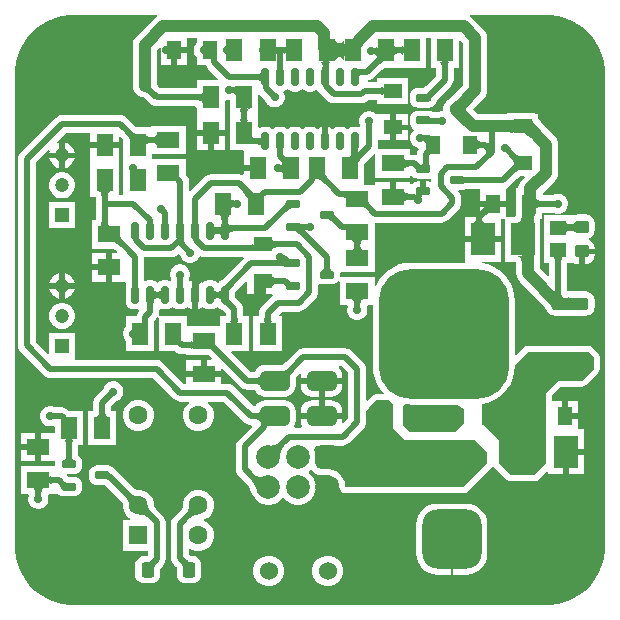
<source format=gtl>
G04*
G04 #@! TF.GenerationSoftware,Altium Limited,Altium Designer,23.3.1 (30)*
G04*
G04 Layer_Physical_Order=1*
G04 Layer_Color=255*
%FSLAX44Y44*%
%MOMM*%
G71*
G04*
G04 #@! TF.SameCoordinates,CF94DBF3-FF16-43C4-AECA-44031EA59DE8*
G04*
G04*
G04 #@! TF.FilePolarity,Positive*
G04*
G01*
G75*
%ADD14C,0.2000*%
G04:AMPARAMS|DCode=15|XSize=0.6mm|YSize=1.45mm|CornerRadius=0.15mm|HoleSize=0mm|Usage=FLASHONLY|Rotation=0.000|XOffset=0mm|YOffset=0mm|HoleType=Round|Shape=RoundedRectangle|*
%AMROUNDEDRECTD15*
21,1,0.6000,1.1500,0,0,0.0*
21,1,0.3000,1.4500,0,0,0.0*
1,1,0.3000,0.1500,-0.5750*
1,1,0.3000,-0.1500,-0.5750*
1,1,0.3000,-0.1500,0.5750*
1,1,0.3000,0.1500,0.5750*
%
%ADD15ROUNDEDRECTD15*%
G04:AMPARAMS|DCode=16|XSize=11mm|YSize=11mm|CornerRadius=2.75mm|HoleSize=0mm|Usage=FLASHONLY|Rotation=270.000|XOffset=0mm|YOffset=0mm|HoleType=Round|Shape=RoundedRectangle|*
%AMROUNDEDRECTD16*
21,1,11.0000,5.5000,0,0,270.0*
21,1,5.5000,11.0000,0,0,270.0*
1,1,5.5000,-2.7500,-2.7500*
1,1,5.5000,-2.7500,2.7500*
1,1,5.5000,2.7500,2.7500*
1,1,5.5000,2.7500,-2.7500*
%
%ADD16ROUNDEDRECTD16*%
G04:AMPARAMS|DCode=17|XSize=1.05mm|YSize=3.1mm|CornerRadius=0.2625mm|HoleSize=0mm|Usage=FLASHONLY|Rotation=270.000|XOffset=0mm|YOffset=0mm|HoleType=Round|Shape=RoundedRectangle|*
%AMROUNDEDRECTD17*
21,1,1.0500,2.5750,0,0,270.0*
21,1,0.5250,3.1000,0,0,270.0*
1,1,0.5250,-1.2875,-0.2625*
1,1,0.5250,-1.2875,0.2625*
1,1,0.5250,1.2875,0.2625*
1,1,0.5250,1.2875,-0.2625*
%
%ADD17ROUNDEDRECTD17*%
%ADD18R,1.3500X1.1500*%
%ADD19R,1.9500X1.4000*%
%ADD20R,1.4000X1.9500*%
G04:AMPARAMS|DCode=21|XSize=0.65mm|YSize=1.25mm|CornerRadius=0.1625mm|HoleSize=0mm|Usage=FLASHONLY|Rotation=90.000|XOffset=0mm|YOffset=0mm|HoleType=Round|Shape=RoundedRectangle|*
%AMROUNDEDRECTD21*
21,1,0.6500,0.9250,0,0,90.0*
21,1,0.3250,1.2500,0,0,90.0*
1,1,0.3250,0.4625,0.1625*
1,1,0.3250,0.4625,-0.1625*
1,1,0.3250,-0.4625,-0.1625*
1,1,0.3250,-0.4625,0.1625*
%
%ADD21ROUNDEDRECTD21*%
G04:AMPARAMS|DCode=22|XSize=1.75mm|YSize=1.25mm|CornerRadius=0.3125mm|HoleSize=0mm|Usage=FLASHONLY|Rotation=90.000|XOffset=0mm|YOffset=0mm|HoleType=Round|Shape=RoundedRectangle|*
%AMROUNDEDRECTD22*
21,1,1.7500,0.6250,0,0,90.0*
21,1,1.1250,1.2500,0,0,90.0*
1,1,0.6250,0.3125,0.5625*
1,1,0.6250,0.3125,-0.5625*
1,1,0.6250,-0.3125,-0.5625*
1,1,0.6250,-0.3125,0.5625*
%
%ADD22ROUNDEDRECTD22*%
G04:AMPARAMS|DCode=23|XSize=1.3mm|YSize=1.1mm|CornerRadius=0.275mm|HoleSize=0mm|Usage=FLASHONLY|Rotation=270.000|XOffset=0mm|YOffset=0mm|HoleType=Round|Shape=RoundedRectangle|*
%AMROUNDEDRECTD23*
21,1,1.3000,0.5500,0,0,270.0*
21,1,0.7500,1.1000,0,0,270.0*
1,1,0.5500,-0.2750,-0.3750*
1,1,0.5500,-0.2750,0.3750*
1,1,0.5500,0.2750,0.3750*
1,1,0.5500,0.2750,-0.3750*
%
%ADD23ROUNDEDRECTD23*%
G04:AMPARAMS|DCode=24|XSize=1.2mm|YSize=1.1mm|CornerRadius=0.275mm|HoleSize=0mm|Usage=FLASHONLY|Rotation=180.000|XOffset=0mm|YOffset=0mm|HoleType=Round|Shape=RoundedRectangle|*
%AMROUNDEDRECTD24*
21,1,1.2000,0.5500,0,0,180.0*
21,1,0.6500,1.1000,0,0,180.0*
1,1,0.5500,-0.3250,0.2750*
1,1,0.5500,0.3250,0.2750*
1,1,0.5500,0.3250,-0.2750*
1,1,0.5500,-0.3250,-0.2750*
%
%ADD24ROUNDEDRECTD24*%
G04:AMPARAMS|DCode=25|XSize=1.7mm|YSize=2.5mm|CornerRadius=0.425mm|HoleSize=0mm|Usage=FLASHONLY|Rotation=270.000|XOffset=0mm|YOffset=0mm|HoleType=Round|Shape=RoundedRectangle|*
%AMROUNDEDRECTD25*
21,1,1.7000,1.6500,0,0,270.0*
21,1,0.8500,2.5000,0,0,270.0*
1,1,0.8500,-0.8250,-0.4250*
1,1,0.8500,-0.8250,0.4250*
1,1,0.8500,0.8250,0.4250*
1,1,0.8500,0.8250,-0.4250*
%
%ADD25ROUNDEDRECTD25*%
G04:AMPARAMS|DCode=26|XSize=5mm|YSize=5mm|CornerRadius=1.25mm|HoleSize=0mm|Usage=FLASHONLY|Rotation=180.000|XOffset=0mm|YOffset=0mm|HoleType=Round|Shape=RoundedRectangle|*
%AMROUNDEDRECTD26*
21,1,5.0000,2.5000,0,0,180.0*
21,1,2.5000,5.0000,0,0,180.0*
1,1,2.5000,-1.2500,1.2500*
1,1,2.5000,1.2500,1.2500*
1,1,2.5000,1.2500,-1.2500*
1,1,2.5000,-1.2500,-1.2500*
%
%ADD26ROUNDEDRECTD26*%
G04:AMPARAMS|DCode=27|XSize=3.3mm|YSize=2.3mm|CornerRadius=0.575mm|HoleSize=0mm|Usage=FLASHONLY|Rotation=180.000|XOffset=0mm|YOffset=0mm|HoleType=Round|Shape=RoundedRectangle|*
%AMROUNDEDRECTD27*
21,1,3.3000,1.1500,0,0,180.0*
21,1,2.1500,2.3000,0,0,180.0*
1,1,1.1500,-1.0750,0.5750*
1,1,1.1500,1.0750,0.5750*
1,1,1.1500,1.0750,-0.5750*
1,1,1.1500,-1.0750,-0.5750*
%
%ADD27ROUNDEDRECTD27*%
%ADD28R,1.6000X1.2000*%
%ADD29R,1.2000X1.6000*%
%ADD30R,2.0000X2.8000*%
%ADD55C,0.5000*%
%ADD56C,1.0000*%
%ADD57R,1.2000X1.2000*%
%ADD58C,1.2000*%
%ADD59C,1.6000*%
%ADD60R,1.6000X1.6000*%
%ADD61C,7.0000*%
%ADD62C,2.0000*%
G04:AMPARAMS|DCode=63|XSize=2mm|YSize=2mm|CornerRadius=0.5mm|HoleSize=0mm|Usage=FLASHONLY|Rotation=0.000|XOffset=0mm|YOffset=0mm|HoleType=Round|Shape=RoundedRectangle|*
%AMROUNDEDRECTD63*
21,1,2.0000,1.0000,0,0,0.0*
21,1,1.0000,2.0000,0,0,0.0*
1,1,1.0000,0.5000,-0.5000*
1,1,1.0000,-0.5000,-0.5000*
1,1,1.0000,-0.5000,0.5000*
1,1,1.0000,0.5000,0.5000*
%
%ADD63ROUNDEDRECTD63*%
%ADD64C,1.5240*%
%ADD65C,0.7000*%
%ADD66C,0.5000*%
G36*
X279030Y525051D02*
X279069Y525047D01*
X280970Y525000D01*
Y515000D01*
X279069Y514953D01*
X279030Y514949D01*
Y510280D01*
X278930Y511177D01*
X278631Y511979D01*
X278130Y512687D01*
X277430Y513301D01*
X276530Y513820D01*
X275431Y514245D01*
X275000Y514354D01*
X274569Y514245D01*
X273470Y513820D01*
X272570Y513301D01*
X271870Y512687D01*
X271369Y511979D01*
X271070Y511177D01*
X270970Y510280D01*
Y514949D01*
X270931Y514953D01*
X269030Y515000D01*
Y525000D01*
X270931Y525047D01*
X270970Y525051D01*
Y529720D01*
X271070Y528823D01*
X271369Y528021D01*
X271870Y527313D01*
X272570Y526699D01*
X273470Y526180D01*
X274569Y525755D01*
X275000Y525646D01*
X275431Y525755D01*
X276530Y526180D01*
X277430Y526699D01*
X278130Y527313D01*
X278631Y528021D01*
X278930Y528823D01*
X279030Y529720D01*
Y525051D01*
D02*
G37*
G36*
X329061Y515000D02*
X329011Y515475D01*
X328860Y515900D01*
X328608Y516275D01*
X328256Y516600D01*
X327803Y516875D01*
X327250Y517100D01*
X326596Y517275D01*
X325841Y517400D01*
X325003Y517473D01*
X324170Y517400D01*
X323419Y517275D01*
X322770Y517100D01*
X322220Y516875D01*
X321769Y516600D01*
X321419Y516275D01*
X321170Y515900D01*
X321020Y515475D01*
X320970Y515000D01*
Y525000D01*
X321020Y524525D01*
X321170Y524100D01*
X321419Y523725D01*
X321769Y523400D01*
X322220Y523125D01*
X322770Y522900D01*
X323419Y522725D01*
X324170Y522600D01*
X325003Y522527D01*
X325841Y522600D01*
X326596Y522725D01*
X327250Y522900D01*
X327803Y523125D01*
X328256Y523400D01*
X328608Y523725D01*
X328860Y524100D01*
X329011Y524525D01*
X329061Y525000D01*
Y515000D01*
D02*
G37*
G36*
X229061Y515970D02*
X229020Y516260D01*
X228899Y516521D01*
X228696Y516750D01*
X228411Y516949D01*
X228046Y517117D01*
X227599Y517255D01*
X227071Y517362D01*
X226462Y517439D01*
X225772Y517485D01*
X225000Y517500D01*
X224234Y517485D01*
X222945Y517362D01*
X222421Y517255D01*
X221977Y517117D01*
X221614Y516949D01*
X221332Y516750D01*
X221131Y516521D01*
X221010Y516260D01*
X220970Y515970D01*
Y524030D01*
X221010Y523740D01*
X221131Y523479D01*
X221332Y523250D01*
X221614Y523051D01*
X221977Y522883D01*
X222421Y522745D01*
X222945Y522638D01*
X223549Y522561D01*
X224234Y522515D01*
X225000Y522500D01*
X225772Y522515D01*
X227071Y522638D01*
X227599Y522745D01*
X228046Y522883D01*
X228411Y523051D01*
X228696Y523250D01*
X228899Y523479D01*
X229020Y523740D01*
X229061Y524030D01*
Y515970D01*
D02*
G37*
G36*
X307061Y514743D02*
X307332Y515379D01*
X307476Y515979D01*
X307479Y516508D01*
X307341Y516965D01*
X307061Y517351D01*
X314102Y510311D01*
X313715Y510591D01*
X313258Y510729D01*
X312729Y510726D01*
X312129Y510582D01*
X311458Y510296D01*
X310715Y509868D01*
X309901Y509300D01*
X309015Y508590D01*
X307031Y506745D01*
X303495Y510280D01*
X304488Y511309D01*
X306050Y513151D01*
X306618Y513965D01*
X307008Y514641D01*
X306860Y515058D01*
X306608Y515433D01*
X306256Y515758D01*
X305803Y516033D01*
X305250Y516258D01*
X304596Y516433D01*
X303841Y516558D01*
X302986Y516633D01*
X302031Y516658D01*
Y521658D01*
X302986Y521683D01*
X303841Y521758D01*
X304596Y521883D01*
X305250Y522058D01*
X305803Y522283D01*
X306256Y522558D01*
X306608Y522883D01*
X306860Y523258D01*
X307011Y523683D01*
X307061Y524158D01*
Y514743D01*
D02*
G37*
G36*
X154500Y526521D02*
X153198Y525219D01*
X152079Y523281D01*
X151500Y521119D01*
Y518881D01*
X152079Y516719D01*
X153198Y514781D01*
X154500Y513479D01*
Y507000D01*
X161977D01*
X162449Y505861D01*
X163651Y504294D01*
X172022Y495923D01*
X171536Y494750D01*
X154000D01*
Y487599D01*
X153896Y487596D01*
X153757Y487565D01*
X123238D01*
X123061Y487746D01*
X121332Y489652D01*
X120186Y491071D01*
X120086Y491214D01*
Y519964D01*
X122327Y522205D01*
X123500Y521719D01*
Y507000D01*
X132000D01*
Y520000D01*
X134500D01*
Y522500D01*
X145500D01*
Y529914D01*
X154500D01*
Y526521D01*
D02*
G37*
G36*
X368525Y510261D02*
X368100Y510110D01*
X367725Y509858D01*
X367400Y509506D01*
X367125Y509053D01*
X366900Y508500D01*
X366725Y507846D01*
X366600Y507091D01*
X366525Y506236D01*
X366500Y505280D01*
X361500D01*
X361475Y506236D01*
X361400Y507091D01*
X361275Y507846D01*
X361100Y508500D01*
X360875Y509053D01*
X360600Y509506D01*
X360275Y509858D01*
X359900Y510110D01*
X359475Y510261D01*
X359000Y510311D01*
X369000D01*
X368525Y510261D01*
D02*
G37*
G36*
X352000Y505250D02*
X356401D01*
X356404Y505147D01*
X356435Y505008D01*
Y497883D01*
X348644Y490092D01*
X348535Y490025D01*
X346756Y488376D01*
X346173Y487911D01*
X346023Y487807D01*
X341125D01*
X339395Y487579D01*
X337784Y486912D01*
X336400Y485850D01*
X335338Y484466D01*
X334670Y482854D01*
X334443Y481125D01*
Y477875D01*
X334670Y476146D01*
X335338Y474534D01*
X336400Y473150D01*
X337784Y472088D01*
X339395Y471421D01*
X341125Y471193D01*
X350375D01*
X352104Y471421D01*
X353716Y472088D01*
X355100Y473150D01*
X355726Y473965D01*
X355883Y474100D01*
X355913Y474159D01*
X355962Y474204D01*
X356051Y474390D01*
X356162Y474534D01*
X356418Y475151D01*
X356785Y475873D01*
X356790Y475939D01*
X356818Y475999D01*
X356878Y476233D01*
X356900Y476294D01*
X356966Y476441D01*
X357087Y476664D01*
X357268Y476953D01*
X357452Y477215D01*
X358703Y478694D01*
X359194Y479200D01*
X359279Y479331D01*
X369349Y489401D01*
X369349Y489401D01*
X370551Y490968D01*
X371307Y492792D01*
X371565Y494750D01*
X371565Y494750D01*
Y505008D01*
X371596Y505147D01*
X371599Y505250D01*
X376000D01*
Y528077D01*
X377173Y528563D01*
X379914Y525822D01*
Y490428D01*
X377012Y487527D01*
X376965Y487496D01*
X370128Y480785D01*
X367118Y478027D01*
X366675Y477663D01*
X366384Y477453D01*
X366284Y477412D01*
X365774Y477021D01*
X365578Y476903D01*
X365521Y476827D01*
X364900Y476350D01*
X363838Y474966D01*
X363171Y473354D01*
X362943Y471625D01*
Y469425D01*
X362813Y468359D01*
X361687Y468223D01*
X360558D01*
X358396Y467643D01*
X357779Y467287D01*
X357224D01*
X357076Y467320D01*
X356472Y467331D01*
X355396Y467417D01*
X355053Y467468D01*
X354713Y467538D01*
X354430Y467613D01*
X354204Y467689D01*
X354033Y467760D01*
X353912Y467821D01*
X353649Y467981D01*
X353277Y468117D01*
X352948Y468337D01*
X352452Y468436D01*
X352104Y468579D01*
X351961Y468598D01*
X351781Y468664D01*
X351537Y468654D01*
X350375Y468807D01*
X341125D01*
X339395Y468579D01*
X337784Y467912D01*
X336400Y466850D01*
X335338Y465466D01*
X334670Y463854D01*
X334443Y462125D01*
Y458875D01*
X334670Y457146D01*
X335338Y455534D01*
X336400Y454150D01*
X337531Y453282D01*
X337736Y452281D01*
X337705Y451746D01*
X336698Y450740D01*
X335579Y448802D01*
X335000Y446640D01*
Y444402D01*
X335579Y442240D01*
X336698Y440302D01*
X338281Y438719D01*
X340219Y437600D01*
X341418Y437279D01*
X341909Y435832D01*
X341615Y435449D01*
X340859Y433624D01*
X340708Y432474D01*
X340340Y431616D01*
X339332Y431422D01*
X338250Y431565D01*
X334992D01*
X334853Y431596D01*
X334750Y431599D01*
Y436000D01*
X308204D01*
X307370Y437270D01*
X307565Y438750D01*
X307565Y438750D01*
Y443500D01*
X317500D01*
Y454500D01*
Y465500D01*
X307000D01*
X305962Y466059D01*
X305219Y466802D01*
X303281Y467921D01*
X301119Y468500D01*
X298881D01*
X296719Y467921D01*
X294781Y466802D01*
X293198Y465219D01*
X292079Y463281D01*
X291500Y461119D01*
Y458881D01*
X292079Y456719D01*
X292435Y456102D01*
Y455504D01*
X291590Y454939D01*
X291165Y454850D01*
X289600Y455056D01*
X286600D01*
X284903Y454833D01*
X283322Y454178D01*
X281964Y453136D01*
X281536D01*
X280178Y454178D01*
X278597Y454833D01*
X276900Y455056D01*
X273900D01*
X272203Y454833D01*
X270622Y454178D01*
X269264Y453136D01*
X268836D01*
X267478Y454178D01*
X265897Y454833D01*
X265200Y454924D01*
Y451770D01*
X265320Y449904D01*
X265398Y449546D01*
X265486Y449269D01*
X265584Y449073D01*
X265200D01*
Y442750D01*
X260200D01*
Y449073D01*
X259816D01*
X259863Y449195D01*
X259906Y449408D01*
X259944Y449715D01*
X260004Y450605D01*
X260067Y454449D01*
X260200Y454455D01*
Y454924D01*
X259503Y454833D01*
X257922Y454178D01*
X256564Y453136D01*
X256136D01*
X254778Y454178D01*
X253197Y454833D01*
X251500Y455056D01*
X248500D01*
X246803Y454833D01*
X245222Y454178D01*
X243864Y453136D01*
X243436D01*
X242078Y454178D01*
X240497Y454833D01*
X238800Y455056D01*
X235800D01*
X234103Y454833D01*
X232522Y454178D01*
X231164Y453136D01*
X230736D01*
X229378Y454178D01*
X227797Y454833D01*
X226100Y455056D01*
X223100D01*
X221403Y454833D01*
X219822Y454178D01*
X218464Y453136D01*
X218036D01*
X216678Y454178D01*
X215097Y454833D01*
X213400Y455056D01*
X210400D01*
X208703Y454833D01*
X207270Y454239D01*
X206135Y454664D01*
X206000Y454731D01*
Y464750D01*
X206000D01*
Y465250D01*
X206000D01*
Y472258D01*
X206065Y472750D01*
X206000Y473242D01*
Y482079D01*
X207270Y482388D01*
X211765Y477894D01*
X212079Y476719D01*
X213198Y474781D01*
X214781Y473198D01*
X216719Y472079D01*
X218881Y471500D01*
X221119D01*
X223281Y472079D01*
X225219Y473198D01*
X226802Y474781D01*
X227921Y476719D01*
X228500Y478881D01*
Y481119D01*
X227921Y483281D01*
X227509Y483994D01*
X228201Y485335D01*
X229378Y485822D01*
X229998Y486298D01*
X230950Y486760D01*
X231902Y486298D01*
X232522Y485822D01*
X234103Y485167D01*
X235800Y484944D01*
X238800D01*
X240497Y485167D01*
X242078Y485822D01*
X242698Y486298D01*
X243650Y486760D01*
X244602Y486298D01*
X245222Y485822D01*
X246803Y485167D01*
X248500Y484944D01*
X251500D01*
X253197Y485167D01*
X254778Y485822D01*
X255113Y486079D01*
X255453Y486117D01*
X256646Y485691D01*
X256665Y485669D01*
X257851Y484123D01*
X264823Y477151D01*
X264823Y477151D01*
X266390Y475949D01*
X268214Y475193D01*
X270172Y474935D01*
X293328D01*
X295286Y475193D01*
X297110Y475949D01*
X298677Y477151D01*
X299461Y477935D01*
X306758D01*
X306897Y477904D01*
X307000Y477901D01*
Y474500D01*
X333000D01*
Y496500D01*
X307000D01*
Y493099D01*
X306897Y493096D01*
X306758Y493065D01*
X299059D01*
X298975Y494335D01*
X300558Y494543D01*
X302382Y495299D01*
X303949Y496501D01*
X310391Y502943D01*
X310501Y503011D01*
X312350Y504729D01*
X312959Y505217D01*
X313006Y505250D01*
X313916D01*
X314102Y505213D01*
X314288Y505250D01*
X348000D01*
Y529914D01*
X352000D01*
Y505250D01*
D02*
G37*
G36*
X267725Y510261D02*
X267300Y510110D01*
X266925Y509858D01*
X266600Y509506D01*
X266325Y509053D01*
X266100Y508500D01*
X265925Y507846D01*
X265800Y507091D01*
X265725Y506236D01*
X265700Y505280D01*
X265628D01*
X265584Y503573D01*
X259816D01*
X259984Y503870D01*
X260134Y504230D01*
X260267Y504654D01*
X260382Y505141D01*
X260479Y505691D01*
X260614Y506928D01*
X260600Y507091D01*
X260475Y507846D01*
X260300Y508500D01*
X260075Y509053D01*
X259800Y509506D01*
X259475Y509858D01*
X259100Y510110D01*
X258675Y510261D01*
X258200Y510311D01*
X268200D01*
X267725Y510261D01*
D02*
G37*
G36*
X227104Y508153D02*
X227346Y503978D01*
X227411Y503732D01*
X227484Y503573D01*
X221716D01*
X221789Y503732D01*
X221854Y503978D01*
X221912Y504312D01*
X221962Y504734D01*
X222065Y506523D01*
X222100Y509099D01*
X227100D01*
X227104Y508153D01*
D02*
G37*
G36*
X290233Y504378D02*
X290392Y504372D01*
X295225Y504350D01*
X296098Y499350D01*
X295089Y499325D01*
X294192Y499250D01*
X293408Y499125D01*
X292736Y498950D01*
X292177Y498725D01*
X291730Y498450D01*
X291396Y498125D01*
X291174Y497750D01*
X291065Y497325D01*
X291068Y496850D01*
X290173Y504384D01*
X290233Y504378D01*
D02*
G37*
G36*
X208932Y492250D02*
X208882Y492725D01*
X208731Y493150D01*
X208479Y493525D01*
X208127Y493850D01*
X207675Y494125D01*
X207121Y494350D01*
X206467Y494525D01*
X205713Y494650D01*
X204858Y494725D01*
X203902Y494750D01*
Y499750D01*
X204858Y499775D01*
X205713Y499850D01*
X206467Y499975D01*
X207121Y500150D01*
X207675Y500375D01*
X208127Y500650D01*
X208479Y500975D01*
X208731Y501350D01*
X208882Y501775D01*
X208932Y502250D01*
Y492250D01*
D02*
G37*
G36*
X355536Y482751D02*
X354923Y482119D01*
X353414Y480334D01*
X353020Y479775D01*
X352682Y479234D01*
X352398Y478712D01*
X352169Y478207D01*
X351996Y477721D01*
X351877Y477253D01*
X344930Y482720D01*
X345354Y482478D01*
X345840Y482369D01*
X346390Y482393D01*
X347002Y482550D01*
X347678Y482840D01*
X348417Y483263D01*
X349218Y483819D01*
X350083Y484509D01*
X352001Y486286D01*
X355536Y482751D01*
D02*
G37*
G36*
X187031Y481250D02*
X186980Y481725D01*
X186831Y482150D01*
X186581Y482525D01*
X186231Y482850D01*
X185781Y483125D01*
X185231Y483350D01*
X184580Y483525D01*
X183831Y483650D01*
X182980Y483725D01*
X182031Y483750D01*
Y488750D01*
X182980Y488760D01*
X185231Y488905D01*
X185781Y488992D01*
X186231Y489099D01*
X186581Y489225D01*
X186831Y489370D01*
X186980Y489535D01*
X187031Y489720D01*
Y481250D01*
D02*
G37*
G36*
X312061Y480500D02*
X312011Y480975D01*
X311860Y481400D01*
X311608Y481775D01*
X311256Y482100D01*
X310803Y482375D01*
X310250Y482600D01*
X309596Y482775D01*
X308841Y482900D01*
X307986Y482975D01*
X307031Y483000D01*
Y488000D01*
X307986Y488025D01*
X308841Y488100D01*
X309596Y488225D01*
X310250Y488400D01*
X310803Y488625D01*
X311256Y488900D01*
X311608Y489225D01*
X311860Y489600D01*
X312011Y490025D01*
X312061Y490500D01*
Y480500D01*
D02*
G37*
G36*
X115074Y489765D02*
X115284Y489282D01*
X115628Y488697D01*
X116105Y488011D01*
X117459Y486335D01*
X119346Y484254D01*
X121768Y481768D01*
X118232Y478232D01*
X116939Y479510D01*
X111989Y483895D01*
X111303Y484372D01*
X110718Y484716D01*
X110235Y484926D01*
X109852Y485002D01*
X114998Y490148D01*
X115074Y489765D01*
D02*
G37*
G36*
X159031Y475000D02*
X158981Y475475D01*
X158830Y475900D01*
X158581Y476275D01*
X158230Y476600D01*
X157781Y476875D01*
X157231Y477100D01*
X156580Y477275D01*
X155830Y477400D01*
X154980Y477475D01*
X154031Y477500D01*
Y482500D01*
X154980Y482525D01*
X155830Y482600D01*
X156580Y482725D01*
X157231Y482900D01*
X157781Y483125D01*
X158230Y483400D01*
X158581Y483725D01*
X158830Y484100D01*
X158981Y484525D01*
X159031Y485000D01*
Y475000D01*
D02*
G37*
G36*
X198525Y470261D02*
X198100Y470110D01*
X197725Y469858D01*
X197400Y469506D01*
X197125Y469053D01*
X196900Y468500D01*
X196725Y467846D01*
X196600Y467091D01*
X196525Y466236D01*
X196500Y465280D01*
X191500D01*
X191475Y466236D01*
X191400Y467091D01*
X191275Y467846D01*
X191100Y468500D01*
X190875Y469053D01*
X190600Y469506D01*
X190275Y469858D01*
X189900Y470110D01*
X189475Y470261D01*
X189000Y470311D01*
X199000D01*
X198525Y470261D01*
D02*
G37*
G36*
X196525Y463764D02*
X196600Y462909D01*
X196725Y462154D01*
X196900Y461500D01*
X197125Y460947D01*
X197400Y460494D01*
X197725Y460142D01*
X198100Y459890D01*
X198525Y459739D01*
X199000Y459689D01*
X189000D01*
X189475Y459739D01*
X189900Y459890D01*
X190275Y460142D01*
X190600Y460494D01*
X190875Y460947D01*
X191100Y461500D01*
X191275Y462154D01*
X191400Y462909D01*
X191475Y463764D01*
X191500Y464720D01*
X196500D01*
X196525Y463764D01*
D02*
G37*
G36*
X351435Y463360D02*
X351909Y463121D01*
X352419Y462911D01*
X352963Y462728D01*
X353544Y462574D01*
X354160Y462447D01*
X354812Y462349D01*
X356223Y462237D01*
X356981Y462223D01*
X357001Y457223D01*
X350997Y457373D01*
Y463627D01*
X351435Y463360D01*
D02*
G37*
G36*
X387572Y476751D02*
X386285Y475446D01*
X381743Y470273D01*
X381554Y470000D01*
X381743Y469727D01*
X383182Y467928D01*
X385125Y465768D01*
X387572Y463249D01*
X380536Y456143D01*
X369003Y466873D01*
X375621Y470000D01*
X369003Y473127D01*
X369299Y473270D01*
X369785Y473620D01*
X370462Y474176D01*
X373636Y477086D01*
X380536Y483857D01*
X387572Y476751D01*
D02*
G37*
G36*
X422030Y458609D02*
X422061Y458888D01*
X422030Y449530D01*
X421931Y449715D01*
X421631Y449879D01*
X421130Y450025D01*
X420430Y450151D01*
X419530Y450258D01*
X417131Y450413D01*
X412030Y450500D01*
Y460500D01*
X413931Y460510D01*
X421130Y460975D01*
X421631Y461120D01*
X421931Y461285D01*
X422030Y461469D01*
Y458609D01*
D02*
G37*
G36*
X120311Y439000D02*
X120261Y439475D01*
X120110Y439900D01*
X119858Y440275D01*
X119506Y440600D01*
X119053Y440875D01*
X118500Y441100D01*
X117846Y441275D01*
X117092Y441400D01*
X116236Y441475D01*
X115626Y441491D01*
X115020Y441475D01*
X114170Y441400D01*
X113420Y441275D01*
X112769Y441100D01*
X112219Y440875D01*
X111770Y440600D01*
X111419Y440275D01*
X111170Y439900D01*
X111019Y439475D01*
X110969Y439000D01*
Y449000D01*
X111019Y448525D01*
X111170Y448100D01*
X111419Y447725D01*
X111770Y447400D01*
X112219Y447125D01*
X112769Y446900D01*
X113420Y446725D01*
X114170Y446600D01*
X115020Y446525D01*
X115626Y446509D01*
X116236Y446525D01*
X117092Y446600D01*
X117846Y446725D01*
X118500Y446900D01*
X119053Y447125D01*
X119506Y447400D01*
X119858Y447725D01*
X120110Y448100D01*
X120261Y448525D01*
X120311Y449000D01*
Y439000D01*
D02*
G37*
G36*
X208932Y437750D02*
X208882Y438225D01*
X208731Y438650D01*
X208479Y439025D01*
X208127Y439350D01*
X207675Y439625D01*
X207121Y439850D01*
X206467Y440025D01*
X205713Y440150D01*
X204858Y440225D01*
X203902Y440250D01*
Y440263D01*
X200970Y440280D01*
Y447750D01*
X201019Y447275D01*
X201169Y446850D01*
X201420Y446475D01*
X201770Y446150D01*
X202220Y445875D01*
X202770Y445650D01*
X203419Y445475D01*
X204170Y445350D01*
X204939Y445282D01*
X205713Y445350D01*
X206467Y445475D01*
X207121Y445650D01*
X207675Y445875D01*
X208127Y446150D01*
X208479Y446475D01*
X208731Y446850D01*
X208882Y447275D01*
X208932Y447750D01*
Y437750D01*
D02*
G37*
G36*
X98059Y452262D02*
X99901Y450700D01*
X100715Y450132D01*
X101458Y449704D01*
X102129Y449418D01*
X102729Y449274D01*
X103258Y449271D01*
X103715Y449409D01*
X104101Y449689D01*
X97061Y442648D01*
X97341Y443035D01*
X97479Y443492D01*
X97476Y444021D01*
X97332Y444621D01*
X97046Y445293D01*
X96618Y446035D01*
X96050Y446849D01*
X95339Y447735D01*
X93495Y449720D01*
X97030Y453255D01*
X98059Y452262D01*
D02*
G37*
G36*
X438076Y460914D02*
X438394Y460193D01*
X438924Y459307D01*
X439667Y458257D01*
X441788Y455662D01*
X444758Y452408D01*
X448576Y448495D01*
X440470Y442459D01*
X438409Y444450D01*
X434719Y447576D01*
X433089Y448713D01*
X431603Y449566D01*
X430261Y450134D01*
X429062Y450417D01*
X428007Y450416D01*
X427095Y450131D01*
X426327Y449561D01*
X437970Y461469D01*
X438076Y460914D01*
D02*
G37*
G36*
X403888Y433888D02*
X397524Y431060D01*
X398034Y431626D01*
X398430Y432191D01*
X398712Y432757D01*
X398882Y433323D01*
X398939Y433888D01*
X398882Y434454D01*
X398712Y435020D01*
X398430Y435586D01*
X398034Y436151D01*
X397524Y436717D01*
X399545Y441768D01*
X399895Y441457D01*
X400208Y441264D01*
X400485Y441187D01*
X400725Y441228D01*
X400927Y441385D01*
X401093Y441659D01*
X401222Y442050D01*
X401315Y442558D01*
X401370Y443182D01*
X401388Y443924D01*
X403888Y433888D01*
D02*
G37*
G36*
X348531Y447970D02*
Y440500D01*
X348480Y440975D01*
X348330Y441400D01*
X348080Y441775D01*
X347730Y442100D01*
X347281Y442375D01*
X346730Y442600D01*
X346081Y442775D01*
X345331Y442900D01*
X344481Y442975D01*
X343531Y443000D01*
Y448000D01*
X348531Y447970D01*
D02*
G37*
G36*
X391489Y444525D02*
X391640Y444100D01*
X391892Y443725D01*
X392244Y443400D01*
X392697Y443125D01*
X393250Y442900D01*
X393904Y442725D01*
X394659Y442600D01*
X395514Y442525D01*
X396469Y442500D01*
Y437500D01*
X395514Y437475D01*
X394659Y437400D01*
X393904Y437275D01*
X393250Y437100D01*
X392697Y436875D01*
X392244Y436600D01*
X391892Y436275D01*
X391640Y435900D01*
X391489Y435475D01*
X391439Y435000D01*
Y445000D01*
X391489Y444525D01*
D02*
G37*
G36*
X423056Y433015D02*
X424894Y431460D01*
X425708Y430894D01*
X426450Y430470D01*
X427122Y430187D01*
X427723Y430045D01*
X428253D01*
X428713Y430187D01*
X429102Y430470D01*
X423147Y424515D01*
X429102Y418561D01*
X428715Y418841D01*
X428258Y418979D01*
X427729Y418976D01*
X427129Y418832D01*
X426457Y418546D01*
X425715Y418118D01*
X424901Y417550D01*
X424015Y416840D01*
X422030Y414995D01*
X418495Y418531D01*
X419488Y419558D01*
X421050Y421401D01*
X421618Y422215D01*
X422046Y422957D01*
X422332Y423629D01*
X422354Y423722D01*
X422030Y423399D01*
X422313Y423787D01*
X422455Y424247D01*
Y424777D01*
X422390Y425053D01*
X422341Y425215D01*
X422061Y425602D01*
X422322Y425340D01*
X422313Y425378D01*
X422030Y426050D01*
X421606Y426793D01*
X421041Y427606D01*
X420333Y428490D01*
X418495Y430470D01*
X422030Y434005D01*
X423056Y433015D01*
D02*
G37*
G36*
X227411Y436268D02*
X227346Y436022D01*
X227288Y435688D01*
X227238Y435266D01*
X227135Y433478D01*
X227104Y431240D01*
X228458Y430064D01*
X228841Y429798D01*
X229168Y429613D01*
X229440Y429509D01*
X229656Y429488D01*
X229816Y429548D01*
X229920Y429689D01*
X227061Y422887D01*
X227088Y423107D01*
X227061Y423214D01*
Y415470D01*
X227015Y415855D01*
X226879Y416200D01*
X226651Y416505D01*
X226331Y416769D01*
X225921Y416992D01*
X225419Y417175D01*
X224826Y417317D01*
X224142Y417419D01*
X223367Y417480D01*
X222500Y417500D01*
Y422500D01*
X223367Y422520D01*
X224142Y422581D01*
X224826Y422683D01*
X225419Y422825D01*
X225921Y423008D01*
X226331Y423231D01*
X226651Y423495D01*
X226847Y423757D01*
X226841Y423768D01*
X226568Y424209D01*
X226195Y424724D01*
X225150Y425977D01*
X223705Y427526D01*
X222832Y428411D01*
X225322Y430901D01*
X222100D01*
X222096Y431847D01*
X221854Y436022D01*
X221789Y436268D01*
X221716Y436427D01*
X227484D01*
X227411Y436268D01*
D02*
G37*
G36*
X290816Y436130D02*
X290666Y435770D01*
X290533Y435346D01*
X290418Y434859D01*
X290321Y434309D01*
X290180Y433016D01*
X290174Y432894D01*
X290200Y432541D01*
X290970Y433255D01*
X294505Y429720D01*
X293515Y428694D01*
X291959Y426856D01*
X291394Y426043D01*
X290970Y425300D01*
X290687Y424628D01*
X290545Y424027D01*
Y423497D01*
X290687Y423037D01*
X290970Y422649D01*
X283924Y429694D01*
X282600Y429689D01*
X283075Y429741D01*
X283500Y429893D01*
X283875Y430146D01*
X284200Y430498D01*
X284475Y430951D01*
X284700Y431504D01*
X284875Y432158D01*
X285000Y432911D01*
X285075Y433765D01*
X285100Y434720D01*
X285172D01*
X285216Y436427D01*
X290984D01*
X290816Y436130D01*
D02*
G37*
G36*
X350666Y427693D02*
X350678Y426889D01*
X350860Y424757D01*
X350969Y424140D01*
X351102Y423568D01*
X351260Y423043D01*
X351441Y422565D01*
X351647Y422133D01*
X351877Y421747D01*
X343166Y422720D01*
X343641Y422720D01*
X344066Y422832D01*
X344441Y423056D01*
X344766Y423391D01*
X345041Y423838D01*
X345266Y424397D01*
X345441Y425068D01*
X345566Y425850D01*
X345641Y426745D01*
X345666Y427751D01*
X350666Y427693D01*
D02*
G37*
G36*
X329739Y428525D02*
X329890Y428100D01*
X330142Y427725D01*
X330494Y427400D01*
X330947Y427125D01*
X331500Y426900D01*
X332154Y426725D01*
X332909Y426600D01*
X333764Y426525D01*
X334720Y426500D01*
Y421500D01*
X333764Y421475D01*
X332909Y421400D01*
X332154Y421275D01*
X331500Y421100D01*
X330947Y420875D01*
X330494Y420600D01*
X330142Y420275D01*
X329890Y419900D01*
X329739Y419475D01*
X329689Y419000D01*
Y429000D01*
X329739Y428525D01*
D02*
G37*
G36*
X459775Y549145D02*
X466106Y547448D01*
X472162Y544940D01*
X477838Y541663D01*
X483038Y537673D01*
X487673Y533038D01*
X491663Y527838D01*
X494940Y522162D01*
X497448Y516106D01*
X499145Y509775D01*
X500000Y503277D01*
Y500000D01*
Y100000D01*
Y96723D01*
X499145Y90225D01*
X497448Y83893D01*
X494940Y77838D01*
X491663Y72162D01*
X487673Y66962D01*
X483038Y62327D01*
X477838Y58337D01*
X472162Y55060D01*
X466106Y52552D01*
X459775Y50855D01*
X453277Y50000D01*
X46723D01*
X40224Y50855D01*
X33893Y52552D01*
X27838Y55060D01*
X22162Y58337D01*
X16962Y62327D01*
X12327Y66962D01*
X8337Y72162D01*
X5060Y77838D01*
X2552Y83893D01*
X856Y90225D01*
X0Y96723D01*
Y100000D01*
Y500000D01*
Y503277D01*
X856Y509775D01*
X2552Y516106D01*
X5060Y522162D01*
X8337Y527838D01*
X12327Y533038D01*
X16962Y537673D01*
X22162Y541663D01*
X27838Y544940D01*
X33893Y547448D01*
X40224Y549145D01*
X46723Y550000D01*
X120550D01*
X120815Y548735D01*
X118726Y547132D01*
X102868Y531274D01*
X101265Y529185D01*
X100257Y526753D01*
X99914Y524142D01*
Y490000D01*
X100257Y487389D01*
X101265Y484957D01*
X102868Y482868D01*
X104957Y481265D01*
X107389Y480257D01*
X108490Y480113D01*
X108554Y480075D01*
X108833Y479881D01*
X113454Y475786D01*
X114650Y474605D01*
X115082Y474321D01*
X116218Y473449D01*
X118042Y472693D01*
X120000Y472435D01*
X152744D01*
X154000Y471266D01*
Y466020D01*
X154000Y465250D01*
X154000Y463980D01*
Y452500D01*
X166000D01*
X178000D01*
Y463980D01*
X178000Y464750D01*
X178000Y466020D01*
Y477073D01*
X179270Y478048D01*
X180381Y477750D01*
X182000D01*
Y465250D01*
X182000D01*
Y464750D01*
X182000D01*
Y435250D01*
X192937D01*
X194000Y434750D01*
Y422500D01*
X206000D01*
Y417500D01*
X194000D01*
Y414743D01*
X192730Y414030D01*
X191458Y414557D01*
X189500Y414815D01*
X165893D01*
X163936Y414557D01*
X162111Y413801D01*
X160544Y412599D01*
X160544Y412599D01*
X148738Y400793D01*
X147565Y401279D01*
Y408750D01*
X147307Y410708D01*
X146551Y412532D01*
X145349Y414099D01*
X144750Y414698D01*
Y428000D01*
X116000D01*
Y432000D01*
X144750D01*
Y456000D01*
X115250D01*
Y454750D01*
X104288D01*
X104101Y454787D01*
X103916Y454750D01*
X103007D01*
X101482Y456044D01*
X100572Y456922D01*
X100443Y457005D01*
X94599Y462849D01*
X93032Y464051D01*
X91208Y464807D01*
X89250Y465065D01*
X40000D01*
X38042Y464807D01*
X36218Y464051D01*
X34651Y462849D01*
X34651Y462849D01*
X4651Y432849D01*
X3449Y431282D01*
X2693Y429458D01*
X2435Y427500D01*
Y270000D01*
X2693Y268042D01*
X3449Y266218D01*
X4651Y264651D01*
X24651Y244651D01*
X26218Y243449D01*
X28042Y242693D01*
X30000Y242435D01*
X116867D01*
X134651Y224651D01*
X134651Y224651D01*
X136218Y223449D01*
X138042Y222693D01*
X140000Y222435D01*
X140000Y222435D01*
X147100D01*
X147370Y221427D01*
X147381Y221165D01*
X144997Y218782D01*
X143286Y215818D01*
X142400Y212512D01*
Y209088D01*
X143286Y205782D01*
X144997Y202818D01*
X147418Y200397D01*
X150382Y198686D01*
X153688Y197800D01*
X157112D01*
X160418Y198686D01*
X163382Y200397D01*
X165803Y202818D01*
X167514Y205782D01*
X168400Y209088D01*
Y212512D01*
X167514Y215818D01*
X165803Y218782D01*
X163419Y221165D01*
X163430Y221427D01*
X163701Y222435D01*
X176867D01*
X194651Y204651D01*
X196218Y203449D01*
X198042Y202693D01*
X200000Y202435D01*
X200328D01*
X200814Y201262D01*
X189651Y190099D01*
X188449Y188532D01*
X187693Y186708D01*
X187435Y184750D01*
Y165000D01*
X187693Y163042D01*
X188449Y161218D01*
X189651Y159651D01*
X196790Y152512D01*
X196850Y152412D01*
X197177Y152054D01*
X197373Y151803D01*
X198083Y150696D01*
X198363Y150184D01*
X200122Y146179D01*
X200553Y145013D01*
X200553Y145013D01*
X200553Y145013D01*
X200827Y144566D01*
X201457Y143045D01*
X203099Y140588D01*
X205188Y138499D01*
X207645Y136857D01*
X210375Y135726D01*
X213273Y135150D01*
X216227D01*
X219125Y135726D01*
X221855Y136857D01*
X224312Y138499D01*
X226401Y140588D01*
X226615Y140908D01*
X227885D01*
X228099Y140588D01*
X230188Y138499D01*
X232645Y136857D01*
X235375Y135726D01*
X238273Y135150D01*
X241227D01*
X244125Y135726D01*
X246855Y136857D01*
X249312Y138499D01*
X251401Y140588D01*
X253043Y143045D01*
X254174Y145775D01*
X254750Y148673D01*
Y151627D01*
X254174Y154525D01*
X253043Y157255D01*
X251401Y159712D01*
X249312Y161801D01*
X248992Y162015D01*
Y163285D01*
X249312Y163499D01*
X250068Y164255D01*
X251754Y164144D01*
X252618Y163018D01*
X254707Y161415D01*
X257139Y160407D01*
X259750Y160064D01*
X264791D01*
X264850Y160052D01*
X265725D01*
X267638Y159671D01*
X269440Y158925D01*
X271062Y157841D01*
X272441Y156462D01*
X273525Y154840D01*
X274272Y153038D01*
X274652Y151125D01*
Y150250D01*
X275040Y148299D01*
X276145Y146645D01*
X276395Y146395D01*
X278049Y145290D01*
X280000Y144902D01*
X380000D01*
X381951Y145290D01*
X383605Y146395D01*
X403605Y166395D01*
X404236Y167340D01*
X405764D01*
X406395Y166395D01*
X406395Y166395D01*
X416395Y156395D01*
X418049Y155290D01*
X420000Y154902D01*
X440000D01*
X441951Y155290D01*
X443605Y156395D01*
X448210Y161000D01*
X448250D01*
Y161040D01*
X450577Y163367D01*
X451750Y162881D01*
Y161000D01*
X464250D01*
Y180000D01*
X466750D01*
Y182500D01*
X481750D01*
Y199000D01*
X476500D01*
Y207500D01*
X465500D01*
Y210000D01*
X463000D01*
Y223000D01*
X455098D01*
Y227888D01*
X462112Y234902D01*
X480000D01*
X481951Y235290D01*
X483605Y236395D01*
X493605Y246395D01*
X494710Y248049D01*
X495098Y250000D01*
Y260019D01*
X494710Y261970D01*
X493605Y263624D01*
X488970Y268258D01*
X487316Y269364D01*
X485365Y269752D01*
X434654D01*
X432703Y269364D01*
X431049Y268258D01*
X424524Y261733D01*
X423350Y262219D01*
Y307500D01*
X422949Y312600D01*
X421755Y317574D01*
X419797Y322300D01*
X417124Y326662D01*
X413802Y330552D01*
X409912Y333874D01*
X405550Y336547D01*
X400824Y338505D01*
X395850Y339699D01*
X395457Y339730D01*
X395507Y341000D01*
X411500D01*
Y357500D01*
X396500D01*
X381500D01*
Y341000D01*
X380606Y340101D01*
X335750D01*
X330650Y339699D01*
X325676Y338505D01*
X320950Y336547D01*
X316588Y333874D01*
X312698Y330552D01*
X309376Y326662D01*
X306703Y322300D01*
X305996Y320593D01*
X304750Y320841D01*
Y328000D01*
X275886D01*
X275557Y328375D01*
Y331625D01*
X275886Y332000D01*
X304750D01*
Y354000D01*
Y373497D01*
X305250Y373935D01*
X361500D01*
X363458Y374193D01*
X365282Y374949D01*
X366849Y376151D01*
X375826Y385128D01*
X377028Y386694D01*
X377784Y388519D01*
X378041Y390477D01*
Y394618D01*
X378041Y394619D01*
X377784Y396577D01*
X377028Y398401D01*
X375826Y399968D01*
X375274Y400519D01*
X375760Y401693D01*
X378875D01*
X379798Y401814D01*
X379967Y401797D01*
X380209Y401868D01*
X380604Y401921D01*
X380952Y402064D01*
X381448Y402163D01*
X381515Y402208D01*
X384473Y402397D01*
X385243Y402402D01*
X385404Y402435D01*
X393500D01*
Y392500D01*
X404500D01*
X415500D01*
Y402710D01*
X417282Y403449D01*
X418849Y404651D01*
X425391Y411193D01*
X425501Y411261D01*
X427350Y412979D01*
X427958Y413467D01*
X428006Y413500D01*
X428915D01*
X429102Y413463D01*
X429288Y413500D01*
X431219D01*
X431705Y412327D01*
X429368Y409990D01*
X427765Y407901D01*
X426757Y405468D01*
X426432Y403000D01*
X424500D01*
Y389655D01*
X424414Y389000D01*
Y384147D01*
X424404Y384103D01*
X424358Y382356D01*
X424239Y381004D01*
X424062Y379940D01*
X423859Y379185D01*
X423784Y379000D01*
X415500D01*
Y387500D01*
X404500D01*
X400569D01*
X403602Y382061D01*
X403305Y382430D01*
X402917Y382639D01*
X402438Y382685D01*
X401868Y382571D01*
X401206Y382295D01*
X400454Y381857D01*
X399610Y381259D01*
X398675Y380499D01*
X396530Y378495D01*
X393500Y381952D01*
Y379000D01*
X381500D01*
Y362500D01*
X396500D01*
X411500D01*
Y377000D01*
X415000D01*
Y341000D01*
X423934D01*
X424009Y340815D01*
X424212Y340060D01*
X424389Y338996D01*
X424508Y337644D01*
X424554Y335897D01*
X424564Y335853D01*
Y331000D01*
X424907Y328390D01*
X425915Y325957D01*
X427518Y323868D01*
X444223Y307163D01*
X444248Y307123D01*
X447419Y303799D01*
X448908Y302061D01*
X449995Y300619D01*
X450313Y300132D01*
X450535Y299743D01*
X450748Y299292D01*
X450899Y299087D01*
X450965Y298930D01*
X451030Y298845D01*
X451110Y298649D01*
X451417Y298340D01*
X452187Y297337D01*
X453780Y296115D01*
X455634Y295346D01*
X457625Y295084D01*
X483375D01*
X485365Y295346D01*
X487220Y296115D01*
X488813Y297337D01*
X490035Y298930D01*
X490804Y300784D01*
X491066Y302775D01*
Y308025D01*
X490804Y310016D01*
X490035Y311870D01*
X488813Y313463D01*
X487220Y314685D01*
X485365Y315454D01*
X483375Y315716D01*
X467598D01*
X467596Y315767D01*
X467565Y315908D01*
Y339757D01*
X467596Y339896D01*
X467599Y340000D01*
X471750D01*
X471750Y340000D01*
X472987Y339920D01*
X474727Y339199D01*
X476750Y338933D01*
X477500D01*
Y349500D01*
X480000D01*
Y352000D01*
X491067D01*
Y352250D01*
X490801Y354273D01*
X490020Y356158D01*
X488777Y357777D01*
X487158Y359020D01*
X486451Y359313D01*
Y360687D01*
X487158Y360980D01*
X488777Y362223D01*
X490020Y363842D01*
X490801Y365727D01*
X491067Y367750D01*
Y373250D01*
X490801Y375273D01*
X490020Y377158D01*
X488777Y378777D01*
X487158Y380020D01*
X485273Y380801D01*
X483250Y381067D01*
X476750D01*
X474727Y380801D01*
X472987Y380080D01*
X471750Y380000D01*
X471750Y380000D01*
X471750Y380000D01*
X448250D01*
Y358500D01*
Y340000D01*
X452401D01*
X452404Y339896D01*
X452435Y339757D01*
Y329138D01*
X451262Y328652D01*
X444736Y335178D01*
Y335934D01*
X444748Y335990D01*
X444788Y341000D01*
X445000D01*
Y345232D01*
X445008Y345254D01*
X445000Y345438D01*
Y345685D01*
X445067Y346020D01*
X445000Y346363D01*
Y373637D01*
X445067Y373979D01*
X445045Y374094D01*
X445062Y374209D01*
X445000Y375526D01*
Y377000D01*
X446500D01*
Y381293D01*
X446523Y381362D01*
X446502Y381699D01*
X446567Y382030D01*
X446775Y382302D01*
X448149Y382393D01*
X449859Y382402D01*
X450021Y382435D01*
X456102D01*
X456719Y382079D01*
X458881Y381500D01*
X461119D01*
X463281Y382079D01*
X465219Y383198D01*
X466802Y384781D01*
X467921Y386719D01*
X468500Y388881D01*
Y391119D01*
X467921Y393281D01*
X466802Y395219D01*
X465219Y396802D01*
X463281Y397921D01*
X461119Y398500D01*
X458881D01*
X456719Y397921D01*
X456102Y397565D01*
X450021D01*
X449859Y397598D01*
X448067Y397608D01*
X447141Y397640D01*
X446827Y398921D01*
X457132Y409226D01*
X458735Y411315D01*
X459743Y413747D01*
X460086Y416358D01*
Y440000D01*
X459743Y442611D01*
X458735Y445043D01*
X457132Y447132D01*
X452255Y452010D01*
X452225Y452055D01*
X448466Y455908D01*
X445647Y458996D01*
X443726Y461345D01*
X443198Y462093D01*
X443000Y462424D01*
Y466500D01*
X438271D01*
X437912Y466567D01*
X437593Y466500D01*
X422691D01*
X422563Y466540D01*
X422295Y466515D01*
X422030Y466567D01*
X421691Y466500D01*
X417000D01*
Y465817D01*
X413753Y465607D01*
X412005Y465598D01*
X411948Y465586D01*
X392428D01*
X391258Y466757D01*
X391229Y466801D01*
X388850Y469250D01*
X388232Y469937D01*
X390019Y471972D01*
X391202Y473171D01*
X391233Y473219D01*
X397132Y479118D01*
X398735Y481207D01*
X399743Y483639D01*
X400086Y486250D01*
Y530000D01*
X399743Y532611D01*
X398735Y535043D01*
X397132Y537132D01*
X387132Y547132D01*
X385043Y548735D01*
X385308Y550000D01*
X453277D01*
X459775Y549145D01*
D02*
G37*
G36*
X305250Y431643D02*
Y412000D01*
X334750D01*
Y413214D01*
X336020Y413645D01*
X336400Y413150D01*
X337784Y412088D01*
X339395Y411421D01*
X341125Y411193D01*
X350375D01*
X351665Y411363D01*
X352812Y410625D01*
Y409375D01*
X351665Y408637D01*
X350375Y408807D01*
X348250D01*
Y400500D01*
X343250D01*
Y408807D01*
X341125D01*
X339395Y408579D01*
X337784Y407912D01*
X336400Y406850D01*
X336020Y406355D01*
X334750Y406786D01*
Y408000D01*
X322500D01*
Y396000D01*
X317500D01*
Y408000D01*
X305250D01*
Y407063D01*
X304750Y406000D01*
X296000D01*
Y421840D01*
X296005Y421853D01*
X296000Y421982D01*
Y422309D01*
X296068Y422649D01*
X296000Y422988D01*
Y423737D01*
X296007Y423747D01*
X297299Y425273D01*
X298172Y426179D01*
X298255Y426307D01*
X304077Y432129D01*
X305250Y431643D01*
D02*
G37*
G36*
X379723Y413008D02*
X380026Y412901D01*
X380405Y412807D01*
X380861Y412726D01*
X382004Y412600D01*
X383452Y412525D01*
X385208Y412500D01*
Y407500D01*
X384292Y407494D01*
X380861Y407274D01*
X380405Y407193D01*
X380026Y407099D01*
X379723Y406992D01*
X379497Y406873D01*
Y413127D01*
X379723Y413008D01*
D02*
G37*
G36*
X262687Y416963D02*
X262545Y416503D01*
Y415973D01*
X262687Y415372D01*
X262969Y414700D01*
X263394Y413957D01*
X263959Y413144D01*
X264667Y412260D01*
X266505Y410280D01*
X262969Y406745D01*
X261944Y407735D01*
X260106Y409291D01*
X259293Y409856D01*
X258550Y410280D01*
X257878Y410563D01*
X257277Y410705D01*
X256747D01*
X256287Y410563D01*
X255898Y410280D01*
X262969Y417351D01*
X262687Y416963D01*
D02*
G37*
G36*
X64000Y442500D02*
X76000D01*
X88000D01*
Y446393D01*
X89173Y446879D01*
X89693Y446359D01*
X89761Y446249D01*
X91479Y444400D01*
X91967Y443792D01*
X92000Y443744D01*
Y442835D01*
X91963Y442648D01*
X92000Y442462D01*
Y425250D01*
X92000Y425250D01*
Y424750D01*
X92000D01*
X92000Y423980D01*
Y422985D01*
X91500Y421119D01*
Y418881D01*
X92000Y417015D01*
Y397565D01*
X88000D01*
Y424750D01*
X88000D01*
Y425250D01*
X88000D01*
Y437500D01*
X76000D01*
X64000D01*
Y425250D01*
X64000D01*
Y424750D01*
X64000D01*
Y395250D01*
X68401D01*
X68404Y395147D01*
X68435Y395008D01*
Y390436D01*
X68415Y390362D01*
X68435Y390200D01*
Y389800D01*
X68415Y389638D01*
X68435Y389564D01*
Y376243D01*
X68404Y376104D01*
X68401Y376000D01*
X65250D01*
Y352000D01*
X82462D01*
X82648Y351963D01*
X82835Y352000D01*
X83743D01*
X85268Y350706D01*
X86178Y349828D01*
X86306Y349745D01*
X86879Y349173D01*
X86392Y348000D01*
X82500D01*
Y336000D01*
Y324000D01*
X93389D01*
X94281Y323096D01*
X94269Y322204D01*
X94181Y320682D01*
X94167Y320560D01*
X94161Y320539D01*
X94160Y320515D01*
X94131Y320352D01*
X94067Y320197D01*
X93974Y319488D01*
X93921Y319268D01*
X93934Y319187D01*
X93923Y319097D01*
X93918Y319073D01*
X93919Y319069D01*
X93844Y318500D01*
Y307000D01*
X94067Y305303D01*
X94722Y303722D01*
X95764Y302364D01*
X97122Y301322D01*
X98703Y300667D01*
X100400Y300444D01*
X103400D01*
X104724Y300618D01*
X105375Y299473D01*
X105151Y299249D01*
X103949Y297682D01*
X103193Y295858D01*
X103047Y294750D01*
X94000D01*
Y286021D01*
X93198Y285219D01*
X92079Y283281D01*
X91500Y281119D01*
Y278881D01*
X92079Y276719D01*
X93198Y274781D01*
X94000Y273979D01*
Y265250D01*
X118000D01*
Y284008D01*
X118065Y284500D01*
X118065Y284500D01*
Y289670D01*
X118067Y289682D01*
X118075Y290777D01*
X119949Y292651D01*
X120730Y293669D01*
X122000Y293238D01*
Y265250D01*
X135302D01*
X135901Y264651D01*
X137468Y263449D01*
X139292Y262693D01*
X141250Y262435D01*
X145070D01*
X145227Y262402D01*
X145250Y262402D01*
Y262000D01*
X149929D01*
X150261Y261933D01*
X150569Y261992D01*
X150881Y261968D01*
X150979Y262000D01*
X162462D01*
X162649Y261963D01*
X162834Y262000D01*
X163743D01*
X165269Y260706D01*
X166178Y259828D01*
X166307Y259745D01*
X166879Y259173D01*
X166393Y258000D01*
X162500D01*
Y248500D01*
X174750D01*
Y249643D01*
X175923Y250129D01*
X191401Y234651D01*
X191401Y234651D01*
X192968Y233449D01*
X194792Y232693D01*
X196750Y232435D01*
X202474D01*
X202614Y232404D01*
X203382Y232384D01*
X203920Y231085D01*
X205403Y229153D01*
X207335Y227670D01*
X209585Y226738D01*
X212000Y226420D01*
X228500D01*
X230915Y226738D01*
X233165Y227670D01*
X235097Y229153D01*
X236580Y231085D01*
X237512Y233335D01*
X237830Y235750D01*
Y242588D01*
X239015Y243990D01*
X239875Y244881D01*
X239958Y245010D01*
X241146Y246197D01*
X242348Y245604D01*
X242170Y244250D01*
Y242500D01*
X259750D01*
X277330D01*
Y244250D01*
X277012Y246665D01*
X276080Y248915D01*
X274597Y250847D01*
X274182Y251165D01*
X274614Y252435D01*
X276867D01*
X282435Y246867D01*
Y208133D01*
X278392Y204090D01*
X277189Y204684D01*
X277330Y205750D01*
Y207500D01*
X259750D01*
X242170D01*
Y205750D01*
X242488Y203335D01*
X243255Y201485D01*
X242631Y200215D01*
X237369D01*
X236745Y201485D01*
X237512Y203335D01*
X237830Y205750D01*
Y214250D01*
X237512Y216665D01*
X236580Y218915D01*
X235097Y220847D01*
X233165Y222330D01*
X230915Y223262D01*
X228500Y223580D01*
X212000D01*
X209585Y223262D01*
X207335Y222330D01*
X205403Y220847D01*
X203920Y218915D01*
X203820Y218674D01*
X202322Y218376D01*
X185349Y235349D01*
X183782Y236551D01*
X181958Y237307D01*
X180000Y237565D01*
X174750D01*
Y243500D01*
X160000D01*
X145250D01*
Y237565D01*
X143133D01*
X125349Y255349D01*
X123782Y256551D01*
X121958Y257307D01*
X120000Y257565D01*
X51567D01*
X51000Y258600D01*
Y280600D01*
X29000D01*
Y263358D01*
X27827Y262871D01*
X17565Y273133D01*
Y424367D01*
X28505Y435307D01*
X29643Y434649D01*
X29282Y433300D01*
X37500D01*
Y441518D01*
X36151Y441157D01*
X35493Y442295D01*
X43133Y449935D01*
X64000D01*
Y442500D01*
D02*
G37*
G36*
X80525Y400261D02*
X80100Y400110D01*
X79725Y399858D01*
X79400Y399506D01*
X79125Y399053D01*
X78900Y398500D01*
X78725Y397846D01*
X78600Y397091D01*
X78525Y396236D01*
X78500Y395280D01*
X73500D01*
X73475Y396236D01*
X73400Y397091D01*
X73275Y397846D01*
X73100Y398500D01*
X72875Y399053D01*
X72600Y399506D01*
X72275Y399858D01*
X71900Y400110D01*
X71475Y400261D01*
X71000Y400311D01*
X81000D01*
X80525Y400261D01*
D02*
G37*
G36*
X280280Y400970D02*
X280311Y393500D01*
X280259Y393975D01*
X280107Y394400D01*
X279854Y394775D01*
X279501Y395100D01*
X279048Y395375D01*
X278495Y395600D01*
X277842Y395775D01*
X277088Y395900D01*
X276234Y395975D01*
X275280Y396000D01*
Y401000D01*
X280280Y400970D01*
D02*
G37*
G36*
X441520Y394525D02*
X441670Y394100D01*
X441920Y393725D01*
X442270Y393400D01*
X442719Y393125D01*
X443270Y392900D01*
X443919Y392725D01*
X444494Y392629D01*
X447966Y392510D01*
X449830Y392500D01*
Y387500D01*
X447966Y387490D01*
X443657Y387204D01*
X443270Y387100D01*
X442719Y386875D01*
X442270Y386600D01*
X441920Y386275D01*
X441670Y385900D01*
X441520Y385475D01*
X441469Y385000D01*
Y387060D01*
X440441Y386992D01*
X439798Y386836D01*
X439328Y386659D01*
X439033Y386462D01*
Y393538D01*
X439328Y393341D01*
X439798Y393164D01*
X440441Y393008D01*
X441259Y392874D01*
X441469Y392853D01*
Y395000D01*
X441520Y394525D01*
D02*
G37*
G36*
X198056Y402265D02*
X199894Y400709D01*
X200707Y400144D01*
X201450Y399720D01*
X202122Y399437D01*
X202723Y399295D01*
X203253D01*
X203713Y399437D01*
X204102Y399720D01*
X197031Y392649D01*
X197313Y393037D01*
X197455Y393497D01*
Y394027D01*
X197313Y394628D01*
X197031Y395300D01*
X196606Y396043D01*
X196041Y396856D01*
X195333Y397740D01*
X193495Y399720D01*
X197031Y403255D01*
X198056Y402265D01*
D02*
G37*
G36*
X329739Y400525D02*
X329890Y400100D01*
X330142Y399725D01*
X330494Y399400D01*
X330947Y399125D01*
X331500Y398900D01*
X332154Y398725D01*
X332909Y398600D01*
X333764Y398525D01*
X334720Y398500D01*
Y393500D01*
X333764Y393475D01*
X332909Y393400D01*
X332154Y393275D01*
X331500Y393100D01*
X330947Y392875D01*
X330494Y392600D01*
X330142Y392275D01*
X329890Y391900D01*
X329739Y391475D01*
X329689Y391000D01*
Y401000D01*
X329739Y400525D01*
D02*
G37*
G36*
X82500Y392500D02*
Y387500D01*
X78500Y387500D01*
X73500Y390000D01*
X78500Y392500D01*
X82500Y392500D01*
D02*
G37*
G36*
X236570Y386280D02*
X236147Y386522D01*
X235660Y386631D01*
X235110Y386607D01*
X234497Y386450D01*
X233822Y386160D01*
X233083Y385737D01*
X232282Y385181D01*
X231417Y384491D01*
X229499Y382714D01*
X225964Y386249D01*
X226577Y386881D01*
X228086Y388666D01*
X228480Y389225D01*
X228818Y389766D01*
X229102Y390288D01*
X229331Y390793D01*
X229504Y391279D01*
X229623Y391747D01*
X236570Y386280D01*
D02*
G37*
G36*
X182989Y394525D02*
X183140Y394100D01*
X183392Y393725D01*
X183744Y393400D01*
X184197Y393125D01*
X184750Y392900D01*
X185404Y392725D01*
X186159Y392600D01*
X187014Y392525D01*
X187969Y392500D01*
Y387500D01*
X187014Y387475D01*
X186159Y387400D01*
X185404Y387275D01*
X184750Y387100D01*
X184197Y386875D01*
X183744Y386600D01*
X183392Y386275D01*
X183140Y385900D01*
X182989Y385475D01*
X182939Y385000D01*
Y395000D01*
X182989Y394525D01*
D02*
G37*
G36*
X299437Y393713D02*
X299295Y393253D01*
Y392723D01*
X299437Y392122D01*
X299720Y391450D01*
X300144Y390707D01*
X300709Y389894D01*
X301417Y389010D01*
X303255Y387030D01*
X299720Y383495D01*
X298694Y384485D01*
X296856Y386041D01*
X296043Y386606D01*
X295300Y387030D01*
X294628Y387313D01*
X294027Y387455D01*
X293497D01*
X293037Y387313D01*
X292649Y387030D01*
X299720Y394101D01*
X299437Y393713D01*
D02*
G37*
G36*
X395592Y377691D02*
X395655Y376903D01*
X395760Y376209D01*
X395907Y375606D01*
X396096Y375097D01*
X396328Y374680D01*
X396601Y374356D01*
X396916Y374124D01*
X397273Y373985D01*
X397673Y373939D01*
X388470D01*
X388869Y373985D01*
X389226Y374124D01*
X389541Y374356D01*
X389814Y374680D01*
X390046Y375097D01*
X390235Y375606D01*
X390382Y376209D01*
X390487Y376903D01*
X390550Y377691D01*
X390571Y378571D01*
X395571D01*
X395592Y377691D01*
D02*
G37*
G36*
X155204Y378153D02*
X155446Y373978D01*
X155511Y373732D01*
X155584Y373573D01*
X149816D01*
X149889Y373732D01*
X149954Y373978D01*
X150012Y374312D01*
X150062Y374734D01*
X150165Y376523D01*
X150200Y379099D01*
X155200D01*
X155204Y378153D01*
D02*
G37*
G36*
X142504D02*
X142746Y373978D01*
X142811Y373732D01*
X142884Y373573D01*
X137116D01*
X137189Y373732D01*
X137254Y373978D01*
X137312Y374312D01*
X137362Y374734D01*
X137465Y376523D01*
X137500Y379099D01*
X142500D01*
X142504Y378153D01*
D02*
G37*
G36*
X129804D02*
X130046Y373978D01*
X130111Y373732D01*
X130184Y373573D01*
X124416D01*
X124489Y373732D01*
X124554Y373978D01*
X124612Y374312D01*
X124662Y374734D01*
X124765Y376523D01*
X124800Y379099D01*
X129800D01*
X129804Y378153D01*
D02*
G37*
G36*
X270496Y381779D02*
X270669Y381293D01*
X270898Y380788D01*
X271182Y380266D01*
X271520Y379725D01*
X271914Y379166D01*
X272865Y377994D01*
X273423Y377381D01*
X274036Y376749D01*
X270501Y373214D01*
X269510Y374169D01*
X267718Y375681D01*
X266917Y376237D01*
X266178Y376660D01*
X265502Y376950D01*
X264890Y377107D01*
X264340Y377131D01*
X263853Y377022D01*
X263430Y376780D01*
X270377Y382247D01*
X270496Y381779D01*
D02*
G37*
G36*
X439591Y382030D02*
X441469D01*
X441095Y381931D01*
X440760Y381631D01*
X440465Y381130D01*
X440209Y380430D01*
X439992Y379530D01*
X439815Y378430D01*
X439777Y378071D01*
X439969Y373969D01*
X439522Y373969D01*
X439520Y373931D01*
X439500Y372030D01*
X429500D01*
X429506Y373949D01*
X424500Y373939D01*
X425450Y374041D01*
X426300Y374343D01*
X427050Y374846D01*
X427700Y375549D01*
X428250Y376451D01*
X428700Y377555D01*
X429050Y378858D01*
X429300Y380362D01*
X429450Y382066D01*
X429500Y383969D01*
X439500D01*
X439591Y382030D01*
D02*
G37*
G36*
X78525Y375019D02*
X78600Y374170D01*
X78725Y373419D01*
X78900Y372770D01*
X79125Y372220D01*
X79400Y371769D01*
X79725Y371419D01*
X80100Y371170D01*
X80525Y371020D01*
X81000Y370970D01*
X71000D01*
X71475Y371020D01*
X71900Y371170D01*
X72275Y371419D01*
X72600Y371769D01*
X72875Y372220D01*
X73100Y372770D01*
X73275Y373419D01*
X73400Y374170D01*
X73475Y375019D01*
X73500Y375970D01*
X78500D01*
X78525Y375019D01*
D02*
G37*
G36*
X175132Y362250D02*
X175082Y362725D01*
X174931Y363150D01*
X174679Y363525D01*
X174327Y363850D01*
X173875Y364125D01*
X173321Y364350D01*
X172667Y364525D01*
X171913Y364650D01*
X171750Y364664D01*
X171587Y364650D01*
X170833Y364525D01*
X170179Y364350D01*
X169625Y364125D01*
X169173Y363850D01*
X168820Y363525D01*
X168569Y363150D01*
X168418Y362725D01*
X168368Y362250D01*
Y372250D01*
X168418Y371775D01*
X168569Y371350D01*
X168820Y370975D01*
X169173Y370650D01*
X169625Y370375D01*
X170179Y370150D01*
X170833Y369975D01*
X171587Y369850D01*
X171750Y369836D01*
X171913Y369850D01*
X172667Y369975D01*
X173321Y370150D01*
X173875Y370375D01*
X174327Y370650D01*
X174680Y370975D01*
X174931Y371350D01*
X175082Y371775D01*
X175132Y372250D01*
Y362250D01*
D02*
G37*
G36*
X280280Y372970D02*
X280311Y366969D01*
X280274Y367165D01*
X280167Y367341D01*
X279988Y367495D01*
X279739Y367629D01*
X279418Y367742D01*
X279027Y367835D01*
X278564Y367907D01*
X278030Y367959D01*
X276750Y368000D01*
Y373000D01*
X280280Y372970D01*
D02*
G37*
G36*
X466739Y374400D02*
X466890Y373975D01*
X467142Y373600D01*
X467494Y373275D01*
X467947Y373000D01*
X468500Y372775D01*
X469154Y372600D01*
X469908Y372475D01*
X470459Y372427D01*
X471084Y372474D01*
X471942Y372598D01*
X472681Y372772D01*
X473299Y372995D01*
X473798Y373268D01*
X474177Y373591D01*
X474436Y373963D01*
X474574Y374385D01*
X474593Y374856D01*
X475378Y365374D01*
X474846Y365755D01*
X474291Y366095D01*
X473715Y366395D01*
X473116Y366655D01*
X472495Y366875D01*
X471851Y367055D01*
X471186Y367195D01*
X470498Y367295D01*
X470314Y367310D01*
X469908Y367275D01*
X469154Y367150D01*
X468500Y366975D01*
X467947Y366750D01*
X467494Y366475D01*
X467142Y366150D01*
X466890Y365775D01*
X466739Y365350D01*
X466689Y364875D01*
Y374875D01*
X466739Y374400D01*
D02*
G37*
G36*
X182125Y380261D02*
X181700Y380110D01*
X181325Y379858D01*
X181000Y379506D01*
X180725Y379053D01*
X180500Y378500D01*
X180325Y377846D01*
X180211Y377160D01*
X180321Y375691D01*
X180418Y375141D01*
X180533Y374654D01*
X180666Y374230D01*
X180816Y373870D01*
X180984Y373573D01*
X180736D01*
X180746Y373511D01*
X180922Y373089D01*
X181203Y372717D01*
X181589Y372394D01*
X182079Y372121D01*
X182674Y371897D01*
X183373Y371724D01*
X184177Y371599D01*
X185085Y371525D01*
X186098Y371500D01*
Y366500D01*
X185125Y366475D01*
X184256Y366400D01*
X183491Y366275D01*
X182831Y366100D01*
X182276Y365875D01*
X181825Y365600D01*
X181479Y365275D01*
X181238Y364900D01*
X181100Y364475D01*
X181068Y364000D01*
X180690Y373573D01*
X175216D01*
X175194Y373587D01*
X175175Y373696D01*
X175158Y373900D01*
X175122Y375280D01*
X175100D01*
X175075Y376236D01*
X175000Y377091D01*
X174875Y377846D01*
X174700Y378500D01*
X174475Y379053D01*
X174200Y379506D01*
X173875Y379858D01*
X173500Y380110D01*
X173075Y380261D01*
X172600Y380311D01*
X182600D01*
X182125Y380261D01*
D02*
G37*
G36*
X241292Y373460D02*
X241652Y373311D01*
X242077Y373180D01*
X242568Y373066D01*
X243123Y372969D01*
X244429Y372829D01*
X245995Y372759D01*
X246875Y372750D01*
X246541Y367750D01*
X245589Y367746D01*
X245082Y367718D01*
X245536Y367249D01*
X242001Y363714D01*
X241010Y364669D01*
X239218Y366181D01*
X238417Y366737D01*
X237678Y367160D01*
X237003Y367450D01*
X236390Y367607D01*
X235840Y367631D01*
X235354Y367522D01*
X234930Y367280D01*
X240997Y372055D01*
Y373627D01*
X241292Y373460D01*
D02*
G37*
G36*
X142906Y360914D02*
X142925Y360809D01*
X142942Y360610D01*
X142980Y359457D01*
X142998Y356616D01*
X138000D01*
X137994Y357275D01*
X137860Y359297D01*
X137799Y359649D01*
X137726Y359939D01*
X137642Y360168D01*
X137547Y360335D01*
X137441Y360441D01*
X142884Y360927D01*
X142906Y360914D01*
D02*
G37*
G36*
X89409Y363715D02*
X89271Y363258D01*
X89274Y362729D01*
X89418Y362129D01*
X89704Y361457D01*
X90132Y360715D01*
X90700Y359901D01*
X91411Y359015D01*
X93255Y357030D01*
X89719Y353495D01*
X88692Y354488D01*
X86849Y356050D01*
X86035Y356618D01*
X85293Y357046D01*
X84621Y357332D01*
X84021Y357476D01*
X83492Y357479D01*
X83035Y357341D01*
X82648Y357061D01*
X89689Y364101D01*
X89409Y363715D01*
D02*
G37*
G36*
X294525Y358980D02*
X294100Y358830D01*
X293725Y358581D01*
X293400Y358231D01*
X293125Y357780D01*
X292900Y357230D01*
X292725Y356581D01*
X292600Y355830D01*
X292526Y354997D01*
X292600Y354159D01*
X292725Y353404D01*
X292900Y352750D01*
X293125Y352197D01*
X293400Y351744D01*
X293725Y351392D01*
X294100Y351140D01*
X294525Y350989D01*
X295000Y350939D01*
X285000D01*
X285475Y350989D01*
X285900Y351140D01*
X286275Y351392D01*
X286600Y351744D01*
X286875Y352197D01*
X287100Y352750D01*
X287275Y353404D01*
X287400Y354159D01*
X287474Y354997D01*
X287400Y355830D01*
X287275Y356581D01*
X287100Y357230D01*
X286875Y357780D01*
X286600Y358231D01*
X286275Y358581D01*
X285900Y358830D01*
X285475Y358980D01*
X285000Y359030D01*
X295000D01*
X294525Y358980D01*
D02*
G37*
G36*
X217989Y360025D02*
X218140Y359600D01*
X218392Y359225D01*
X218744Y358900D01*
X219197Y358625D01*
X219750Y358400D01*
X220404Y358225D01*
X221159Y358100D01*
X222014Y358025D01*
X222969Y358000D01*
Y353000D01*
X222014Y352975D01*
X221159Y352900D01*
X220404Y352775D01*
X219750Y352600D01*
X219197Y352375D01*
X218744Y352100D01*
X218392Y351775D01*
X218140Y351400D01*
X217989Y350975D01*
X217939Y350500D01*
Y360500D01*
X217989Y360025D01*
D02*
G37*
G36*
X202031Y349530D02*
X201980Y349620D01*
X201831Y349700D01*
X201581Y349770D01*
X201231Y349831D01*
X200781Y349883D01*
X198831Y349981D01*
X197031Y350000D01*
Y355000D01*
X197985Y355025D01*
X198838Y355100D01*
X199592Y355225D01*
X200245Y355400D01*
X200799Y355625D01*
X201252Y355900D01*
X201604Y356225D01*
X201857Y356600D01*
X202009Y357025D01*
X202061Y357500D01*
X202031Y349530D01*
D02*
G37*
G36*
X464525Y344981D02*
X464100Y344831D01*
X463725Y344580D01*
X463400Y344230D01*
X463125Y343781D01*
X462900Y343231D01*
X462725Y342580D01*
X462600Y341830D01*
X462525Y340980D01*
X462500Y340031D01*
X457500D01*
X457475Y340980D01*
X457400Y341830D01*
X457275Y342580D01*
X457100Y343231D01*
X456875Y343781D01*
X456600Y344230D01*
X456275Y344580D01*
X455900Y344831D01*
X455475Y344980D01*
X455000Y345031D01*
X465000D01*
X464525Y344981D01*
D02*
G37*
G36*
X233185Y342720D02*
X230503Y340038D01*
Y336373D01*
X230277Y336492D01*
X229974Y336599D01*
X229595Y336693D01*
X229139Y336774D01*
X227997Y336900D01*
X226548Y336975D01*
X224792Y337000D01*
Y342000D01*
X225708Y342006D01*
X226644Y342066D01*
X226365Y342350D01*
X229900Y345885D01*
X233185Y342720D01*
D02*
G37*
G36*
X439969Y346030D02*
X439909Y345930D01*
X439855Y345630D01*
X439807Y345131D01*
X439701Y342430D01*
X439650Y336030D01*
X429650D01*
X429600Y337934D01*
X429450Y339638D01*
X429200Y341142D01*
X428850Y342445D01*
X428400Y343548D01*
X427850Y344451D01*
X427200Y345154D01*
X426450Y345657D01*
X425600Y345959D01*
X424650Y346061D01*
X439969Y346030D01*
D02*
G37*
G36*
X266775Y337281D02*
X266850Y336413D01*
X266974Y335648D01*
X267149Y334984D01*
X267374Y334422D01*
X267648Y333963D01*
X267972Y333606D01*
X268346Y333350D01*
X268770Y333197D01*
X269244Y333146D01*
X259256D01*
X259730Y333197D01*
X260154Y333350D01*
X260528Y333606D01*
X260852Y333963D01*
X261126Y334422D01*
X261351Y334984D01*
X261525Y335648D01*
X261650Y336413D01*
X261725Y337281D01*
X261750Y338251D01*
X266750D01*
X266775Y337281D01*
D02*
G37*
G36*
X140453Y345965D02*
X140637Y345277D01*
X141756Y343339D01*
X143339Y341756D01*
X145277Y340637D01*
X147439Y340058D01*
X149677D01*
X151839Y340637D01*
X153777Y341756D01*
X155360Y343339D01*
X156479Y345277D01*
X157178Y345622D01*
X158214Y345193D01*
X160172Y344935D01*
X160173Y344935D01*
X193335D01*
X193861Y343665D01*
X177456Y327261D01*
X177321Y327173D01*
X176730Y326592D01*
X175711Y325657D01*
X174907Y325002D01*
X174685Y324843D01*
X174525Y324742D01*
X174500Y324729D01*
X174361Y324670D01*
X174229Y324580D01*
X173950Y324438D01*
X173322Y324178D01*
X173171Y324062D01*
X172976Y323969D01*
X172931Y323918D01*
X172870Y323887D01*
X172730Y323723D01*
X171964Y323136D01*
X171536D01*
X170178Y324178D01*
X168597Y324833D01*
X166900Y325056D01*
X163900D01*
X162203Y324833D01*
X160622Y324178D01*
X159264Y323136D01*
X158836D01*
X157478Y324178D01*
X155897Y324833D01*
X155200Y324924D01*
Y322659D01*
X155698D01*
X155584Y319073D01*
X155200Y319129D01*
Y312750D01*
Y300576D01*
X155897Y300667D01*
X157478Y301322D01*
X158836Y302364D01*
X159264D01*
X160622Y301322D01*
X162203Y300667D01*
X163900Y300444D01*
X166900D01*
X168597Y300667D01*
X170178Y301322D01*
X171536Y302364D01*
X171964D01*
X172764Y301751D01*
X172915Y301578D01*
X172983Y301544D01*
X173035Y301488D01*
X173213Y301406D01*
X173322Y301322D01*
X173979Y301050D01*
X174475Y300804D01*
X174517Y300777D01*
X174582Y300751D01*
X174697Y300694D01*
X174729Y300686D01*
X175265Y300342D01*
X175482Y300177D01*
X176988Y298856D01*
X177534Y298321D01*
X177668Y298234D01*
X178435Y297467D01*
Y294992D01*
X178404Y294853D01*
X178401Y294750D01*
X174000D01*
Y286000D01*
X146000D01*
Y294750D01*
X122746D01*
X121877Y295969D01*
X121907Y296042D01*
X122165Y298000D01*
Y300096D01*
X123188Y300908D01*
X123469Y300930D01*
X124103Y300667D01*
X125800Y300444D01*
X128800D01*
X130497Y300667D01*
X132078Y301322D01*
X133436Y302364D01*
X133864D01*
X135222Y301322D01*
X136803Y300667D01*
X138500Y300444D01*
X141500D01*
X143197Y300667D01*
X144778Y301322D01*
X146136Y302364D01*
X146564D01*
X147922Y301322D01*
X149503Y300667D01*
X150200Y300576D01*
Y312750D01*
Y324924D01*
X149503Y324833D01*
X148868Y324570D01*
X148630Y324579D01*
X147565Y325404D01*
Y326102D01*
X147921Y326719D01*
X148500Y328881D01*
Y331119D01*
X147921Y333281D01*
X146802Y335219D01*
X145219Y336802D01*
X143281Y337921D01*
X141119Y338500D01*
X138881D01*
X136719Y337921D01*
X134781Y336802D01*
X133198Y335219D01*
X132079Y333281D01*
X131500Y331119D01*
Y328881D01*
X132079Y326719D01*
X132435Y326102D01*
Y325404D01*
X131412Y324592D01*
X131131Y324570D01*
X130497Y324833D01*
X128800Y325056D01*
X125800D01*
X124103Y324833D01*
X122522Y324178D01*
X121164Y323136D01*
X120736D01*
X119378Y324178D01*
X117797Y324833D01*
X116100Y325056D01*
X113100D01*
X111403Y324833D01*
X110768Y324570D01*
X110530Y324579D01*
X109465Y325404D01*
Y344850D01*
X109465Y344850D01*
X109540Y344935D01*
X132528D01*
X134486Y345193D01*
X136310Y345949D01*
X137877Y347151D01*
X138572Y347846D01*
X140453Y345965D01*
D02*
G37*
G36*
X217989Y329025D02*
X218140Y328600D01*
X218392Y328225D01*
X218744Y327900D01*
X219197Y327625D01*
X219750Y327400D01*
X220404Y327225D01*
X221159Y327100D01*
X222014Y327025D01*
X222969Y327000D01*
Y322000D01*
X222014Y321975D01*
X221159Y321900D01*
X220404Y321775D01*
X219750Y321600D01*
X219197Y321375D01*
X218744Y321100D01*
X218392Y320775D01*
X218140Y320400D01*
X217989Y319975D01*
X217939Y319500D01*
Y329500D01*
X217989Y329025D01*
D02*
G37*
G36*
X142504Y323653D02*
X142746Y319478D01*
X142811Y319232D01*
X142884Y319073D01*
X137116D01*
X137189Y319232D01*
X137254Y319478D01*
X137312Y319812D01*
X137362Y320234D01*
X137465Y322023D01*
X137500Y324599D01*
X142500D01*
X142504Y323653D01*
D02*
G37*
G36*
X104404D02*
X104646Y319478D01*
X104711Y319232D01*
X104784Y319073D01*
X99016D01*
X99089Y319232D01*
X99154Y319478D01*
X99212Y319812D01*
X99262Y320234D01*
X99365Y322023D01*
X99400Y324599D01*
X104400D01*
X104404Y323653D01*
D02*
G37*
G36*
X175132Y307750D02*
X175082Y308225D01*
X174931Y308650D01*
X174679Y309025D01*
X174327Y309350D01*
X173875Y309625D01*
X173321Y309850D01*
X172667Y310025D01*
X171913Y310150D01*
X171750Y310164D01*
X171587Y310150D01*
X170833Y310025D01*
X170179Y309850D01*
X169625Y309625D01*
X169173Y309350D01*
X168820Y309025D01*
X168569Y308650D01*
X168418Y308225D01*
X168368Y307750D01*
Y317750D01*
X168418Y317275D01*
X168569Y316850D01*
X168820Y316475D01*
X169173Y316150D01*
X169625Y315875D01*
X170179Y315650D01*
X170833Y315475D01*
X171587Y315350D01*
X171750Y315336D01*
X171913Y315350D01*
X172667Y315475D01*
X173321Y315650D01*
X173875Y315875D01*
X174327Y316150D01*
X174680Y316475D01*
X174931Y316850D01*
X175082Y317275D01*
X175132Y317750D01*
Y307750D01*
D02*
G37*
G36*
X124332D02*
X124282Y308225D01*
X124131Y308650D01*
X123879Y309025D01*
X123527Y309350D01*
X123075Y309625D01*
X122521Y309850D01*
X121867Y310025D01*
X121113Y310150D01*
X120950Y310164D01*
X120787Y310150D01*
X120033Y310025D01*
X119379Y309850D01*
X118825Y309625D01*
X118373Y309350D01*
X118020Y309025D01*
X117769Y308650D01*
X117618Y308225D01*
X117568Y307750D01*
Y317750D01*
X117618Y317275D01*
X117769Y316850D01*
X118020Y316475D01*
X118373Y316150D01*
X118825Y315875D01*
X119379Y315650D01*
X120033Y315475D01*
X120787Y315350D01*
X120950Y315336D01*
X121113Y315350D01*
X121867Y315475D01*
X122521Y315650D01*
X123075Y315875D01*
X123527Y316150D01*
X123879Y316475D01*
X124131Y316850D01*
X124282Y317275D01*
X124332Y317750D01*
Y307750D01*
D02*
G37*
G36*
X212500Y313500D02*
X218066D01*
X218497Y312230D01*
X217574Y311522D01*
X217574Y311522D01*
X208651Y302599D01*
X207449Y301032D01*
X206693Y299208D01*
X206435Y297250D01*
Y294992D01*
X206404Y294853D01*
X206401Y294750D01*
X202000D01*
Y265250D01*
X226000D01*
Y294750D01*
X223857D01*
X223371Y295923D01*
X226056Y298608D01*
X240577D01*
X242535Y298866D01*
X244360Y299621D01*
X245926Y300824D01*
X254849Y309746D01*
X254849Y309746D01*
X256051Y311313D01*
X256807Y313137D01*
X257065Y315095D01*
Y321045D01*
X258335Y321863D01*
X259625Y321693D01*
X268875D01*
X270604Y321921D01*
X272216Y322588D01*
X273600Y323650D01*
X273980Y324145D01*
X275250Y323714D01*
Y304000D01*
X281028D01*
X281242Y303854D01*
X281932Y302730D01*
X281500Y301119D01*
Y298881D01*
X282079Y296719D01*
X283198Y294781D01*
X284781Y293198D01*
X286719Y292079D01*
X288881Y291500D01*
X291119D01*
X293281Y292079D01*
X295219Y293198D01*
X296802Y294781D01*
X297921Y296719D01*
X298500Y298881D01*
Y301119D01*
X298068Y302730D01*
X298758Y303854D01*
X298972Y304000D01*
X303150D01*
Y252500D01*
X303551Y247400D01*
X304745Y242426D01*
X306703Y237700D01*
X309376Y233338D01*
X312304Y229909D01*
X311719Y228639D01*
X306254D01*
X304303Y228251D01*
X302649Y227146D01*
X298738Y223235D01*
X297565Y223720D01*
Y250000D01*
X297307Y251958D01*
X296551Y253782D01*
X295349Y255349D01*
X295349Y255349D01*
X285349Y265349D01*
X283782Y266551D01*
X281958Y267307D01*
X280000Y267565D01*
X244250D01*
X244250Y267565D01*
X242292Y267307D01*
X240468Y266551D01*
X238901Y265349D01*
X238901Y265349D01*
X229313Y255761D01*
X229204Y255694D01*
X227387Y254008D01*
X226852Y253580D01*
X212000D01*
X209585Y253262D01*
X207335Y252330D01*
X205403Y250847D01*
X203920Y248915D01*
X203382Y247616D01*
X202614Y247596D01*
X202474Y247565D01*
X199883D01*
X183372Y264077D01*
X183857Y265250D01*
X198000D01*
Y294750D01*
X193599D01*
X193596Y294853D01*
X193565Y294992D01*
Y300600D01*
X193307Y302558D01*
X192551Y304382D01*
X191349Y305949D01*
X191349Y305949D01*
X188386Y308912D01*
X188304Y309040D01*
X187436Y309940D01*
X186784Y310676D01*
X186292Y311296D01*
X186156Y311492D01*
Y313184D01*
X186165Y313250D01*
X186165Y313250D01*
Y314233D01*
X186239Y314340D01*
X187475Y315807D01*
X188304Y316666D01*
X188360Y316754D01*
X188443Y316816D01*
X188492Y316901D01*
X195827Y324235D01*
X197000Y323749D01*
Y313500D01*
X207500D01*
Y313531D01*
X207500Y313531D01*
X202500D01*
X202495Y314480D01*
X202270Y318081D01*
X202199Y318330D01*
X202120Y318480D01*
X202031Y318531D01*
X207500D01*
Y324500D01*
X212500D01*
Y313500D01*
D02*
G37*
G36*
X184634Y320205D02*
X183687Y319223D01*
X182186Y317441D01*
X181632Y316642D01*
X181210Y315905D01*
X180919Y315228D01*
X180759Y314613D01*
X180731Y314059D01*
X180834Y313566D01*
X181068Y313134D01*
X176027Y319884D01*
X176348Y319975D01*
X176707Y320127D01*
X177102Y320340D01*
X177533Y320613D01*
X178002Y320948D01*
X179048Y321799D01*
X180240Y322895D01*
X180892Y323534D01*
X184634Y320205D01*
D02*
G37*
G36*
X294525Y308981D02*
X294100Y308831D01*
X293725Y308580D01*
X293400Y308230D01*
X293125Y307780D01*
X292900Y307230D01*
X292725Y306581D01*
X292600Y305830D01*
X292525Y304981D01*
X292500Y304030D01*
X287500D01*
X287475Y304981D01*
X287400Y305830D01*
X287275Y306581D01*
X287100Y307230D01*
X286875Y307780D01*
X286600Y308230D01*
X286275Y308580D01*
X285900Y308831D01*
X285475Y308981D01*
X285000Y309030D01*
X295000D01*
X294525Y308981D01*
D02*
G37*
G36*
X180838Y312136D02*
X180739Y311640D01*
X180770Y311083D01*
X180931Y310466D01*
X181223Y309789D01*
X181645Y309052D01*
X182197Y308254D01*
X182879Y307397D01*
X183691Y306479D01*
X184634Y305502D01*
X181098Y301966D01*
X180454Y302596D01*
X178704Y304132D01*
X178182Y304527D01*
X177229Y305139D01*
X176798Y305357D01*
X176397Y305516D01*
X176027Y305616D01*
X181068Y312573D01*
X180838Y312136D01*
D02*
G37*
G36*
X456933Y315858D02*
X457493Y315389D01*
X457500Y315625D01*
X462500Y315642D01*
X462525Y314626D01*
X462600Y313725D01*
X462725Y312937D01*
X462900Y312263D01*
X463125Y311703D01*
X463400Y311257D01*
X463725Y310925D01*
X463982Y310776D01*
X464199Y310682D01*
X464525Y310602D01*
X465000Y310611D01*
X464514Y310547D01*
X464855Y310400D01*
X466099Y310072D01*
X467230Y309997D01*
X468247Y310177D01*
X469150Y310611D01*
X455359Y301467D01*
X455061Y302097D01*
X454665Y302792D01*
X454170Y303550D01*
X452883Y305257D01*
X451201Y307220D01*
X447937Y310642D01*
X455008Y317713D01*
X456933Y315858D01*
D02*
G37*
G36*
X117411Y306268D02*
X117346Y306022D01*
X117288Y305688D01*
X117238Y305266D01*
X117135Y303477D01*
X117100Y300901D01*
X112100D01*
X112096Y301847D01*
X111854Y306022D01*
X111789Y306268D01*
X111716Y306427D01*
X117484D01*
X117411Y306268D01*
D02*
G37*
G36*
X216525Y293764D02*
X216600Y292908D01*
X216725Y292154D01*
X216900Y291500D01*
X217125Y290947D01*
X217400Y290494D01*
X217725Y290142D01*
X218100Y289890D01*
X218525Y289739D01*
X219000Y289689D01*
X209000D01*
X209475Y289739D01*
X209900Y289890D01*
X210275Y290142D01*
X210600Y290494D01*
X210875Y290947D01*
X211100Y291500D01*
X211275Y292154D01*
X211400Y292908D01*
X211475Y293764D01*
X211500Y294720D01*
X216500D01*
X216525Y293764D01*
D02*
G37*
G36*
X188525D02*
X188600Y292908D01*
X188725Y292154D01*
X188900Y291500D01*
X189125Y290947D01*
X189400Y290494D01*
X189725Y290142D01*
X190100Y289890D01*
X190525Y289739D01*
X191000Y289689D01*
X181000D01*
X181475Y289739D01*
X181900Y289890D01*
X182275Y290142D01*
X182600Y290494D01*
X182875Y290947D01*
X183100Y291500D01*
X183275Y292154D01*
X183400Y292908D01*
X183475Y293764D01*
X183500Y294720D01*
X188500D01*
X188525Y293764D01*
D02*
G37*
G36*
X112970Y289720D02*
X106320Y289689D01*
X106639Y289732D01*
X106924Y289860D01*
X107177Y290071D01*
X107395Y290366D01*
X107580Y290746D01*
X107731Y291209D01*
X107849Y291756D01*
X107933Y292386D01*
X107983Y293101D01*
X108000Y293900D01*
X113000D01*
X112970Y289720D01*
D02*
G37*
G36*
X150281Y267031D02*
X150231Y267120D01*
X150080Y267199D01*
X149831Y267270D01*
X149480Y267331D01*
X149031Y267383D01*
X147080Y267481D01*
X145281Y267500D01*
Y272500D01*
X146235Y272525D01*
X147088Y272600D01*
X147842Y272725D01*
X148495Y272900D01*
X149049Y273125D01*
X149501Y273400D01*
X149854Y273725D01*
X150107Y274100D01*
X150259Y274525D01*
X150311Y275000D01*
X150281Y267031D01*
D02*
G37*
G36*
X169409Y273715D02*
X169271Y273258D01*
X169274Y272729D01*
X169418Y272129D01*
X169704Y271458D01*
X170132Y270715D01*
X170700Y269901D01*
X171411Y269015D01*
X173255Y267031D01*
X169720Y263495D01*
X168692Y264488D01*
X166849Y266050D01*
X166035Y266618D01*
X165292Y267046D01*
X164621Y267332D01*
X164021Y267476D01*
X163492Y267479D01*
X163035Y267341D01*
X162649Y267061D01*
X169689Y274102D01*
X169409Y273715D01*
D02*
G37*
G36*
X236208Y248422D02*
X235231Y247410D01*
X233696Y245595D01*
X233138Y244792D01*
X232720Y244058D01*
X232441Y243394D01*
X232303Y242800D01*
X232304Y242275D01*
X232445Y241820D01*
X232725Y241435D01*
X225685Y248475D01*
X226070Y248195D01*
X226525Y248054D01*
X227050Y248053D01*
X227644Y248191D01*
X228308Y248470D01*
X229042Y248888D01*
X229845Y249446D01*
X230718Y250143D01*
X232672Y251958D01*
X236208Y248422D01*
D02*
G37*
G36*
X207873Y235004D02*
X207822Y235478D01*
X207668Y235903D01*
X207411Y236277D01*
X207052Y236601D01*
X206591Y236876D01*
X206027Y237101D01*
X205360Y237275D01*
X204590Y237400D01*
X203719Y237475D01*
X202744Y237500D01*
Y242500D01*
X203719Y242525D01*
X204590Y242600D01*
X205360Y242725D01*
X206027Y242899D01*
X206591Y243124D01*
X207052Y243399D01*
X207411Y243723D01*
X207668Y244097D01*
X207822Y244522D01*
X207873Y244996D01*
Y235004D01*
D02*
G37*
G36*
Y205004D02*
X207822Y205478D01*
X207668Y205903D01*
X207411Y206277D01*
X207052Y206601D01*
X206591Y206876D01*
X206027Y207101D01*
X205360Y207275D01*
X204590Y207400D01*
X203719Y207475D01*
X202744Y207500D01*
Y212500D01*
X203719Y212525D01*
X204590Y212600D01*
X205360Y212725D01*
X206027Y212899D01*
X206591Y213124D01*
X207052Y213399D01*
X207411Y213723D01*
X207668Y214097D01*
X207822Y214522D01*
X207873Y214996D01*
Y205004D01*
D02*
G37*
G36*
X335750Y219900D02*
X374703D01*
X380300Y215773D01*
Y204227D01*
X372442Y196368D01*
X334845D01*
X328680Y202533D01*
Y217899D01*
X330000Y220000D01*
X334473D01*
X335750Y219900D01*
D02*
G37*
G36*
X227607Y184471D02*
X227053Y183853D01*
X226558Y183168D01*
X226123Y182415D01*
X225748Y181594D01*
X225432Y180706D01*
X225176Y179750D01*
X224980Y178726D01*
X224844Y177635D01*
X224767Y176476D01*
X224750Y175250D01*
X214850Y185149D01*
X216076Y185167D01*
X218326Y185380D01*
X219350Y185576D01*
X220306Y185832D01*
X221194Y186148D01*
X222015Y186523D01*
X222768Y186958D01*
X223454Y187453D01*
X224071Y188007D01*
X227607Y184471D01*
D02*
G37*
G36*
X490000Y260019D02*
Y250000D01*
X480000Y240000D01*
X460000D01*
X450000Y230000D01*
Y170000D01*
X440000Y160000D01*
X420000D01*
X410000Y170000D01*
X410000D01*
Y190000D01*
X397658Y202342D01*
X395480D01*
Y220272D01*
X395850Y220301D01*
X400824Y221495D01*
X405550Y223453D01*
X409912Y226126D01*
X413802Y229448D01*
X417124Y233338D01*
X419797Y237700D01*
X421755Y242426D01*
X422949Y247400D01*
X423350Y252500D01*
Y253351D01*
X434654Y264654D01*
X485365D01*
X490000Y260019D01*
D02*
G37*
G36*
X320000Y220287D02*
Y200000D01*
X330000Y190000D01*
X390000D01*
X400000Y180000D01*
Y170000D01*
X380000Y150000D01*
X280000D01*
X279750Y150250D01*
Y151627D01*
X279174Y154525D01*
X278043Y157255D01*
X276401Y159712D01*
X274312Y161801D01*
X271855Y163443D01*
X269125Y164573D01*
X266227Y165150D01*
X264850D01*
X254750Y175250D01*
Y176627D01*
X254174Y179525D01*
X253308Y181616D01*
X255043Y185085D01*
X277650D01*
X279608Y185343D01*
X281432Y186099D01*
X282999Y187301D01*
X295349Y199651D01*
X296551Y201218D01*
X297307Y203042D01*
X297565Y205000D01*
X297565Y205000D01*
Y214333D01*
X300000Y217287D01*
X306254Y223541D01*
X316746D01*
X320000Y220287D01*
D02*
G37*
G36*
X203452Y160155D02*
X204155Y159666D01*
X204898Y159281D01*
X205680Y159000D01*
X206501Y158823D01*
X207361Y158749D01*
X208260Y158780D01*
X209198Y158914D01*
X210175Y159153D01*
X211192Y159495D01*
X205335Y146779D01*
X204851Y148090D01*
X202942Y152435D01*
X202471Y153297D01*
X201537Y154753D01*
X201075Y155346D01*
X200614Y155850D01*
X202787Y160749D01*
X203452Y160155D01*
D02*
G37*
%LPC*%
G36*
X145500Y517500D02*
X137000D01*
Y507000D01*
X145500D01*
Y517500D01*
D02*
G37*
G36*
X333000Y465500D02*
X322500D01*
Y457000D01*
X333000D01*
Y465500D01*
D02*
G37*
G36*
Y452000D02*
X322500D01*
Y443500D01*
X333000D01*
Y452000D01*
D02*
G37*
G36*
X286511Y429703D02*
X283934Y429694D01*
X284287Y429437D01*
X284747Y429295D01*
X285277D01*
X285878Y429437D01*
X286511Y429703D01*
D02*
G37*
G36*
X178000Y447500D02*
X168500D01*
Y435250D01*
X178000D01*
Y447500D01*
D02*
G37*
G36*
X163500D02*
X154000D01*
Y435250D01*
X163500D01*
Y447500D01*
D02*
G37*
G36*
X397679Y387500D02*
X393500D01*
Y382543D01*
X394467Y383537D01*
X397243Y386839D01*
X397679Y387500D01*
D02*
G37*
G36*
X491067Y347000D02*
X482500D01*
Y338933D01*
X483250D01*
X485273Y339199D01*
X487158Y339980D01*
X488777Y341223D01*
X490020Y342841D01*
X490801Y344727D01*
X491067Y346750D01*
Y347000D01*
D02*
G37*
G36*
X476500Y223000D02*
X468000D01*
Y212500D01*
X476500D01*
Y223000D01*
D02*
G37*
G36*
X106312Y223800D02*
X102888D01*
X99582Y222914D01*
X96618Y221203D01*
X94197Y218782D01*
X92486Y215818D01*
X91600Y212512D01*
Y209088D01*
X92486Y205782D01*
X94197Y202818D01*
X96618Y200397D01*
X99582Y198686D01*
X102888Y197800D01*
X106312D01*
X109618Y198686D01*
X112582Y200397D01*
X115003Y202818D01*
X116714Y205782D01*
X117600Y209088D01*
Y212512D01*
X116714Y215818D01*
X115003Y218782D01*
X112582Y221203D01*
X109618Y222914D01*
X106312Y223800D01*
D02*
G37*
G36*
X17500Y196000D02*
X5250D01*
Y186500D01*
X17500D01*
Y196000D01*
D02*
G37*
G36*
X84496Y239445D02*
X82258D01*
X80096Y238865D01*
X78158Y237746D01*
X76575Y236164D01*
X75457Y234226D01*
X75272Y233538D01*
X68651Y226916D01*
X67449Y225350D01*
X66693Y223525D01*
X66435Y221567D01*
Y214992D01*
X66404Y214853D01*
X66401Y214750D01*
X62000D01*
Y185250D01*
X86000D01*
Y214750D01*
X81599D01*
X81596Y214853D01*
X81565Y214992D01*
Y218434D01*
X85970Y222840D01*
X86658Y223024D01*
X88596Y224143D01*
X90179Y225725D01*
X91298Y227664D01*
X91877Y229825D01*
Y232064D01*
X91298Y234226D01*
X90179Y236164D01*
X88596Y237746D01*
X86658Y238865D01*
X84496Y239445D01*
D02*
G37*
G36*
X17500Y181500D02*
X5250D01*
Y172000D01*
X17500D01*
Y181500D01*
D02*
G37*
G36*
X481750Y177500D02*
X469250D01*
Y161000D01*
X481750D01*
Y177500D01*
D02*
G37*
G36*
X31119Y218500D02*
X28881D01*
X26719Y217921D01*
X24781Y216802D01*
X23198Y215219D01*
X22079Y213281D01*
X21500Y211119D01*
Y208881D01*
X22079Y206719D01*
X23198Y204781D01*
X24781Y203198D01*
X26719Y202079D01*
X28881Y201500D01*
X31119D01*
X32730Y201932D01*
X33854Y201242D01*
X34000Y201028D01*
Y196000D01*
X22500D01*
Y184000D01*
X20000D01*
D01*
X22500D01*
Y172000D01*
X33675D01*
X34443Y171125D01*
Y168000D01*
X5250D01*
Y144000D01*
X11028D01*
X11242Y143854D01*
X11932Y142730D01*
X11500Y141119D01*
Y138881D01*
X12079Y136719D01*
X13198Y134781D01*
X14781Y133198D01*
X16719Y132079D01*
X18881Y131500D01*
X21119D01*
X23281Y132079D01*
X25219Y133198D01*
X26802Y134781D01*
X27921Y136719D01*
X28500Y138881D01*
Y141119D01*
X28068Y142730D01*
X28758Y143854D01*
X28972Y144000D01*
X34750D01*
Y144204D01*
X34769Y144221D01*
X36020Y144645D01*
X36400Y144150D01*
X37784Y143088D01*
X39395Y142421D01*
X41125Y142193D01*
X50375D01*
X52105Y142421D01*
X53716Y143088D01*
X55100Y144150D01*
X56162Y145534D01*
X56830Y147146D01*
X57057Y148875D01*
Y152125D01*
X56830Y153855D01*
X56162Y155466D01*
X55100Y156850D01*
X53716Y157912D01*
X52105Y158580D01*
X50375Y158807D01*
X45410D01*
X44128Y159923D01*
X44449Y160984D01*
X44612Y161193D01*
X50375D01*
X52105Y161420D01*
X53716Y162088D01*
X55100Y163150D01*
X56162Y164534D01*
X56830Y166145D01*
X57057Y167875D01*
Y171125D01*
X56830Y172854D01*
X56162Y174466D01*
X55100Y175850D01*
X53716Y176912D01*
X53498Y177003D01*
X53492Y177062D01*
X53471Y177882D01*
X53440Y178021D01*
Y185008D01*
X53471Y185147D01*
X53474Y185250D01*
X58000D01*
Y214750D01*
X45948D01*
X45349Y215349D01*
X43782Y216551D01*
X41958Y217307D01*
X40000Y217565D01*
X33898D01*
X33281Y217921D01*
X31119Y218500D01*
D02*
G37*
G36*
X157112Y147600D02*
X153688D01*
X150382Y146714D01*
X147418Y145003D01*
X144997Y142582D01*
X143286Y139618D01*
X142400Y136312D01*
Y135063D01*
X142303Y134625D01*
X142289Y133940D01*
X142249Y133469D01*
X142184Y133053D01*
X142099Y132692D01*
X141998Y132377D01*
X141884Y132102D01*
X141756Y131856D01*
X141613Y131631D01*
X141448Y131417D01*
X141109Y131047D01*
X141046Y130944D01*
X134551Y124449D01*
X133349Y122882D01*
X132593Y121058D01*
X132335Y119100D01*
Y90100D01*
X132593Y88142D01*
X133349Y86318D01*
X134551Y84751D01*
X134756Y84546D01*
X134825Y84434D01*
X136640Y82488D01*
X136933Y82125D01*
Y76250D01*
X137199Y74227D01*
X137980Y72342D01*
X139223Y70723D01*
X140842Y69480D01*
X142727Y68699D01*
X144750Y68433D01*
X150250D01*
X152273Y68699D01*
X154158Y69480D01*
X155777Y70723D01*
X157020Y72342D01*
X157801Y74227D01*
X158067Y76250D01*
Y83750D01*
X157801Y85773D01*
X157020Y87658D01*
X155777Y89277D01*
X154158Y90520D01*
X152273Y91300D01*
X151779Y91366D01*
X151719Y91392D01*
X151553Y91395D01*
X150250Y91567D01*
X149753D01*
X149524Y91716D01*
X147465Y93444D01*
Y97500D01*
X148565Y98135D01*
X150382Y97086D01*
X153688Y96200D01*
X157112D01*
X160418Y97086D01*
X163382Y98797D01*
X165803Y101218D01*
X167514Y104182D01*
X168400Y107488D01*
Y110912D01*
X167514Y114218D01*
X165803Y117182D01*
X163382Y119603D01*
X160587Y121216D01*
X160496Y121900D01*
X160587Y122584D01*
X163382Y124197D01*
X165803Y126618D01*
X167514Y129582D01*
X168400Y132888D01*
Y136312D01*
X167514Y139618D01*
X165803Y142582D01*
X163382Y145003D01*
X160418Y146714D01*
X157112Y147600D01*
D02*
G37*
G36*
X382500Y136085D02*
X357500D01*
X354069Y135747D01*
X350771Y134746D01*
X347730Y133121D01*
X345066Y130934D01*
X342879Y128270D01*
X341254Y125229D01*
X340253Y121931D01*
X339915Y118500D01*
Y93500D01*
X340253Y90069D01*
X341254Y86771D01*
X342879Y83730D01*
X345066Y81066D01*
X347730Y78879D01*
X350771Y77254D01*
X354069Y76253D01*
X357500Y75915D01*
X382500D01*
X385931Y76253D01*
X389229Y77254D01*
X392270Y78879D01*
X394934Y81066D01*
X397121Y83730D01*
X398746Y86771D01*
X399747Y90069D01*
X400085Y93500D01*
Y118500D01*
X399747Y121931D01*
X398746Y125229D01*
X397121Y128270D01*
X394934Y130934D01*
X392270Y133121D01*
X389229Y134746D01*
X385931Y135747D01*
X382500Y136085D01*
D02*
G37*
G36*
X78875Y168307D02*
X69625D01*
X67895Y168079D01*
X66284Y167412D01*
X64900Y166350D01*
X63838Y164966D01*
X63170Y163354D01*
X62943Y161625D01*
Y158375D01*
X63170Y156645D01*
X63838Y155034D01*
X64900Y153650D01*
X66284Y152588D01*
X67895Y151920D01*
X69625Y151693D01*
X74942D01*
X75000Y151685D01*
X75000Y151685D01*
X76519D01*
X77979Y150446D01*
X78902Y149554D01*
X78972Y149509D01*
X79022Y149441D01*
X79118Y149384D01*
X90246Y138256D01*
X90309Y138153D01*
X90648Y137783D01*
X90813Y137569D01*
X90956Y137344D01*
X91084Y137098D01*
X91198Y136823D01*
X91299Y136508D01*
X91384Y136147D01*
X91449Y135732D01*
X91489Y135260D01*
X91503Y134575D01*
X91600Y134137D01*
Y132888D01*
X92486Y129582D01*
X94197Y126618D01*
X96618Y124197D01*
X97878Y123470D01*
X97537Y122200D01*
X91600D01*
Y96200D01*
X112535D01*
Y92049D01*
X112097Y91663D01*
X111970Y91567D01*
X109750D01*
X107727Y91300D01*
X105842Y90520D01*
X104223Y89277D01*
X102980Y87658D01*
X102199Y85773D01*
X101933Y83750D01*
Y76250D01*
X102199Y74227D01*
X102980Y72342D01*
X104223Y70723D01*
X105842Y69480D01*
X107727Y68699D01*
X109750Y68433D01*
X115250D01*
X117273Y68699D01*
X119158Y69480D01*
X120777Y70723D01*
X122020Y72342D01*
X122801Y74227D01*
X123067Y76250D01*
Y80692D01*
X124407Y82277D01*
X125181Y83071D01*
X125216Y83126D01*
X125268Y83164D01*
X125335Y83272D01*
X125449Y83386D01*
X126651Y84953D01*
X127407Y86777D01*
X127665Y88735D01*
Y120306D01*
X127665Y120307D01*
X127407Y122264D01*
X126651Y124089D01*
X125449Y125656D01*
X125449Y125656D01*
X119312Y131793D01*
X119247Y131899D01*
X118904Y132271D01*
X118713Y132513D01*
X118535Y132781D01*
X118366Y133082D01*
X118208Y133421D01*
X118060Y133806D01*
X117926Y134240D01*
X117809Y134728D01*
X117712Y135271D01*
X117622Y135997D01*
X117600Y136065D01*
Y136312D01*
X116714Y139618D01*
X115003Y142582D01*
X112582Y145003D01*
X109618Y146714D01*
X106312Y147600D01*
X105063D01*
X104625Y147697D01*
X103940Y147711D01*
X103468Y147751D01*
X103053Y147816D01*
X102692Y147901D01*
X102377Y148002D01*
X102102Y148116D01*
X101856Y148244D01*
X101631Y148387D01*
X101417Y148552D01*
X101047Y148891D01*
X100944Y148954D01*
X89500Y160398D01*
X89405Y160540D01*
X87442Y162498D01*
X87422Y162512D01*
X87409Y162532D01*
X85354Y164544D01*
X85299Y164599D01*
X85294Y164603D01*
X84152Y165721D01*
X84038Y165796D01*
X83955Y165904D01*
X83915Y165940D01*
X83600Y166350D01*
X82216Y167412D01*
X80604Y168079D01*
X78875Y168307D01*
D02*
G37*
G36*
X266712Y92100D02*
X263288D01*
X259982Y91214D01*
X257018Y89502D01*
X254597Y87082D01*
X252886Y84118D01*
X252000Y80811D01*
Y77389D01*
X252886Y74082D01*
X254597Y71118D01*
X257018Y68697D01*
X259982Y66986D01*
X263288Y66100D01*
X266712D01*
X270018Y66986D01*
X272982Y68697D01*
X275403Y71118D01*
X277114Y74082D01*
X278000Y77389D01*
Y80811D01*
X277114Y84118D01*
X275403Y87082D01*
X272982Y89502D01*
X270018Y91214D01*
X266712Y92100D01*
D02*
G37*
G36*
X216712D02*
X213288D01*
X209982Y91214D01*
X207018Y89502D01*
X204597Y87082D01*
X202886Y84118D01*
X202000Y80811D01*
Y77389D01*
X202886Y74082D01*
X204597Y71118D01*
X207018Y68697D01*
X209982Y66986D01*
X213288Y66100D01*
X216712D01*
X220018Y66986D01*
X222982Y68697D01*
X225403Y71118D01*
X227114Y74082D01*
X228000Y77389D01*
Y80811D01*
X227114Y84118D01*
X225403Y87082D01*
X222982Y89502D01*
X220018Y91214D01*
X216712Y92100D01*
D02*
G37*
%LPD*%
G36*
X76525Y213764D02*
X76600Y212908D01*
X76725Y212154D01*
X76900Y211500D01*
X77125Y210947D01*
X77400Y210494D01*
X77725Y210142D01*
X78100Y209890D01*
X78525Y209739D01*
X79000Y209689D01*
X69000D01*
X69475Y209739D01*
X69900Y209890D01*
X70275Y210142D01*
X70600Y210494D01*
X70875Y210947D01*
X71100Y211500D01*
X71275Y212154D01*
X71400Y212908D01*
X71475Y213764D01*
X71500Y214720D01*
X76500D01*
X76525Y213764D01*
D02*
G37*
G36*
X50400Y190261D02*
X49975Y190110D01*
X49600Y189858D01*
X49275Y189506D01*
X49000Y189053D01*
X48775Y188500D01*
X48600Y187846D01*
X48475Y187092D01*
X48400Y186236D01*
X48375Y185280D01*
X43375D01*
X43350Y186236D01*
X43275Y187092D01*
X43150Y187846D01*
X42975Y188500D01*
X42750Y189053D01*
X42475Y189506D01*
X42150Y189858D01*
X41775Y190110D01*
X41350Y190261D01*
X40875Y190311D01*
X50875D01*
X50400Y190261D01*
D02*
G37*
G36*
X48400Y176778D02*
X48475Y175908D01*
X48600Y175140D01*
X48774Y174474D01*
X48998Y173910D01*
X49273Y173448D01*
X49597Y173088D01*
X49971Y172831D01*
X50395Y172675D01*
X50869Y172621D01*
X40881Y172671D01*
X41355Y172720D01*
X41779Y172870D01*
X42153Y173123D01*
X42477Y173478D01*
X42751Y173935D01*
X42976Y174494D01*
X43151Y175155D01*
X43275Y175918D01*
X43350Y176783D01*
X43375Y177751D01*
X48375D01*
X48400Y176778D01*
D02*
G37*
G36*
X29739Y160525D02*
X29890Y160100D01*
X30142Y159725D01*
X30494Y159400D01*
X30947Y159125D01*
X31500Y158900D01*
X32154Y158725D01*
X32908Y158600D01*
X33764Y158525D01*
X34720Y158500D01*
Y153500D01*
X33764Y153475D01*
X32908Y153400D01*
X32154Y153275D01*
X31500Y153100D01*
X30947Y152875D01*
X30494Y152600D01*
X30142Y152275D01*
X29890Y151900D01*
X29739Y151475D01*
X29689Y151000D01*
Y161000D01*
X29739Y160525D01*
D02*
G37*
G36*
X40367Y156437D02*
X42541Y154546D01*
X43122Y154135D01*
X43631Y153833D01*
X44069Y153640D01*
X44434Y153558D01*
X44728Y153584D01*
X44950Y153720D01*
X39623Y148253D01*
X39504Y148721D01*
X39330Y149207D01*
X39102Y149712D01*
X38818Y150234D01*
X38480Y150775D01*
X38087Y151334D01*
X37135Y152506D01*
X36577Y153119D01*
X35964Y153751D01*
X39499Y157286D01*
X40367Y156437D01*
D02*
G37*
G36*
X24525Y149011D02*
X24100Y148860D01*
X23725Y148608D01*
X23400Y148256D01*
X23125Y147803D01*
X22900Y147250D01*
X22725Y146596D01*
X22600Y145842D01*
X22525Y144986D01*
X22500Y144031D01*
X17500D01*
X17475Y144986D01*
X17400Y145842D01*
X17275Y146596D01*
X17100Y147250D01*
X16875Y147803D01*
X16600Y148256D01*
X16275Y148608D01*
X15900Y148860D01*
X15475Y149011D01*
X15000Y149061D01*
X25000D01*
X24525Y149011D01*
D02*
G37*
G36*
X155320Y126600D02*
X154469Y126583D01*
X153654Y126513D01*
X152874Y126390D01*
X152129Y126215D01*
X151420Y125988D01*
X150745Y125708D01*
X150106Y125376D01*
X149502Y124991D01*
X148934Y124554D01*
X148400Y124065D01*
X144865Y127600D01*
X145354Y128134D01*
X145791Y128702D01*
X146176Y129306D01*
X146508Y129945D01*
X146788Y130620D01*
X147015Y131329D01*
X147190Y132074D01*
X147313Y132854D01*
X147383Y133670D01*
X147400Y134520D01*
X155320Y126600D01*
D02*
G37*
G36*
X143223Y90348D02*
X146480Y87615D01*
X147390Y87020D01*
X148213Y86583D01*
X148947Y86304D01*
X149594Y86182D01*
X150153Y86219D01*
X150624Y86413D01*
X142037Y80922D01*
X142388Y81238D01*
X142582Y81639D01*
X142622Y82125D01*
X142506Y82696D01*
X142235Y83353D01*
X141810Y84094D01*
X141228Y84921D01*
X140492Y85832D01*
X138554Y87911D01*
X141961Y91574D01*
X143223Y90348D01*
D02*
G37*
G36*
X80426Y162219D02*
X80585Y162079D01*
X83841Y158890D01*
X85804Y156931D01*
X82444Y153220D01*
X81403Y154226D01*
X79544Y155805D01*
X78726Y156377D01*
X77983Y156805D01*
X77313Y157089D01*
X76719Y157228D01*
X76198Y157223D01*
X75752Y157074D01*
X75380Y156780D01*
X80377Y162247D01*
X80426Y162219D01*
D02*
G37*
G36*
X98134Y144646D02*
X98702Y144209D01*
X99306Y143824D01*
X99945Y143492D01*
X100620Y143212D01*
X101329Y142985D01*
X102074Y142810D01*
X102854Y142687D01*
X103670Y142617D01*
X104520Y142600D01*
X96600Y134680D01*
X96583Y135531D01*
X96513Y136346D01*
X96390Y137126D01*
X96215Y137871D01*
X95988Y138580D01*
X95708Y139255D01*
X95376Y139894D01*
X94991Y140498D01*
X94554Y141066D01*
X94065Y141600D01*
X97600Y145135D01*
X98134Y144646D01*
D02*
G37*
G36*
X112669Y134508D02*
X112818Y133681D01*
X113007Y132892D01*
X113239Y132141D01*
X113512Y131429D01*
X113827Y130754D01*
X114183Y130119D01*
X114581Y129521D01*
X115020Y128962D01*
X115501Y128441D01*
X112365Y124506D01*
X111822Y125003D01*
X111247Y125437D01*
X110641Y125808D01*
X110005Y126117D01*
X109337Y126363D01*
X108638Y126547D01*
X107908Y126668D01*
X107147Y126726D01*
X106355Y126722D01*
X105533Y126655D01*
X112563Y135374D01*
X112669Y134508D01*
D02*
G37*
G36*
X121529Y86628D02*
X120629Y85705D01*
X118655Y83370D01*
X118238Y82736D01*
X117942Y82175D01*
X117766Y81686D01*
X117711Y81270D01*
X117776Y80926D01*
X117963Y80654D01*
X111884Y86462D01*
X112165Y86286D01*
X112517Y86229D01*
X112938Y86289D01*
X113431Y86468D01*
X113993Y86766D01*
X114625Y87182D01*
X115328Y87716D01*
X116944Y89139D01*
X117858Y90028D01*
X121529Y86628D01*
D02*
G37*
%LPC*%
G36*
X42500Y441518D02*
Y433300D01*
X50718D01*
X50250Y435046D01*
X48802Y437554D01*
X46754Y439602D01*
X44246Y441050D01*
X42500Y441518D01*
D02*
G37*
G36*
X50718Y428300D02*
X42500D01*
Y420082D01*
X44246Y420550D01*
X46754Y421998D01*
X48802Y424046D01*
X50250Y426554D01*
X50718Y428300D01*
D02*
G37*
G36*
X37500D02*
X29282D01*
X29750Y426554D01*
X31198Y424046D01*
X33246Y421998D01*
X35754Y420550D01*
X37500Y420082D01*
Y428300D01*
D02*
G37*
G36*
X41448Y416400D02*
X38552D01*
X35754Y415650D01*
X33246Y414202D01*
X31198Y412154D01*
X29750Y409646D01*
X29000Y406848D01*
Y403952D01*
X29750Y401154D01*
X31198Y398646D01*
X33246Y396598D01*
X35754Y395150D01*
X38552Y394400D01*
X41448D01*
X44246Y395150D01*
X46754Y396598D01*
X48802Y398646D01*
X50250Y401154D01*
X51000Y403952D01*
Y406848D01*
X50250Y409646D01*
X48802Y412154D01*
X46754Y414202D01*
X44246Y415650D01*
X41448Y416400D01*
D02*
G37*
G36*
X51000Y391000D02*
X29000D01*
Y369000D01*
X51000D01*
Y391000D01*
D02*
G37*
G36*
X77500Y348000D02*
X65250D01*
Y338500D01*
X77500D01*
Y348000D01*
D02*
G37*
G36*
Y333500D02*
X65250D01*
Y324000D01*
X77500D01*
Y333500D01*
D02*
G37*
G36*
X42500Y331118D02*
Y322900D01*
X50718D01*
X50250Y324646D01*
X48802Y327154D01*
X46754Y329202D01*
X44246Y330650D01*
X42500Y331118D01*
D02*
G37*
G36*
X37500D02*
X35754Y330650D01*
X33246Y329202D01*
X31198Y327154D01*
X29750Y324646D01*
X29282Y322900D01*
X37500D01*
Y331118D01*
D02*
G37*
G36*
X50718Y317900D02*
X42500D01*
Y309682D01*
X44246Y310150D01*
X46754Y311598D01*
X48802Y313646D01*
X50250Y316154D01*
X50718Y317900D01*
D02*
G37*
G36*
X37500D02*
X29282D01*
X29750Y316154D01*
X31198Y313646D01*
X33246Y311598D01*
X35754Y310150D01*
X37500Y309682D01*
Y317900D01*
D02*
G37*
G36*
X41448Y306000D02*
X38552D01*
X35754Y305250D01*
X33246Y303802D01*
X31198Y301754D01*
X29750Y299246D01*
X29000Y296448D01*
Y293552D01*
X29750Y290754D01*
X31198Y288246D01*
X33246Y286198D01*
X35754Y284750D01*
X38552Y284000D01*
X41448D01*
X44246Y284750D01*
X46754Y286198D01*
X48802Y288246D01*
X50250Y290754D01*
X51000Y293552D01*
Y296448D01*
X50250Y299246D01*
X48802Y301754D01*
X46754Y303802D01*
X44246Y305250D01*
X41448Y306000D01*
D02*
G37*
G36*
X157500Y258000D02*
X145250D01*
Y248500D01*
X157500D01*
Y258000D01*
D02*
G37*
G36*
X277330Y237500D02*
X262250D01*
Y226420D01*
X268000D01*
X270415Y226738D01*
X272665Y227670D01*
X274597Y229153D01*
X276080Y231085D01*
X277012Y233335D01*
X277330Y235750D01*
Y237500D01*
D02*
G37*
G36*
X257250D02*
X242170D01*
Y235750D01*
X242488Y233335D01*
X243420Y231085D01*
X244903Y229153D01*
X246835Y227670D01*
X249085Y226738D01*
X251500Y226420D01*
X257250D01*
Y237500D01*
D02*
G37*
G36*
X268000Y223580D02*
X262250D01*
Y212500D01*
X277330D01*
Y214250D01*
X277012Y216665D01*
X276080Y218915D01*
X274597Y220847D01*
X272665Y222330D01*
X270415Y223262D01*
X268000Y223580D01*
D02*
G37*
G36*
X257250D02*
X251500D01*
X249085Y223262D01*
X246835Y222330D01*
X244903Y220847D01*
X243420Y218915D01*
X242488Y216665D01*
X242170Y214250D01*
Y212500D01*
X257250D01*
Y223580D01*
D02*
G37*
%LPD*%
D14*
X370000Y67500D02*
Y106000D01*
D15*
X288100Y497250D02*
D03*
X275400D02*
D03*
X262700D02*
D03*
X250000D02*
D03*
X237300D02*
D03*
X224600D02*
D03*
X211900D02*
D03*
X288100Y442750D02*
D03*
X275400D02*
D03*
X262700D02*
D03*
X250000D02*
D03*
X237300D02*
D03*
X224600D02*
D03*
X211900D02*
D03*
X178100Y367250D02*
D03*
X165400D02*
D03*
X152700D02*
D03*
X140000D02*
D03*
X127300D02*
D03*
X114600D02*
D03*
X101900D02*
D03*
X178100Y312750D02*
D03*
X165400D02*
D03*
X152700D02*
D03*
X140000D02*
D03*
X127300D02*
D03*
X114600D02*
D03*
X101900D02*
D03*
D16*
X363250Y280000D02*
D03*
D17*
X470500Y305400D02*
D03*
Y280000D02*
D03*
Y254600D02*
D03*
D18*
X460000Y350750D02*
D03*
Y369250D02*
D03*
D19*
X20000Y184000D02*
D03*
Y156000D02*
D03*
X320000Y424000D02*
D03*
Y396000D02*
D03*
X290000Y316000D02*
D03*
Y344000D02*
D03*
Y366000D02*
D03*
Y394000D02*
D03*
X80000Y364000D02*
D03*
Y336000D02*
D03*
X160000Y274000D02*
D03*
Y246000D02*
D03*
X130000Y416000D02*
D03*
Y444000D02*
D03*
D20*
X46000Y200000D02*
D03*
X74000D02*
D03*
X284000Y420000D02*
D03*
X256000D02*
D03*
X166000Y480000D02*
D03*
X194000D02*
D03*
Y450000D02*
D03*
X166000D02*
D03*
X234000Y420000D02*
D03*
X206000D02*
D03*
X364000Y520000D02*
D03*
X336000D02*
D03*
X314000D02*
D03*
X286000D02*
D03*
X214000D02*
D03*
X186000D02*
D03*
X264000D02*
D03*
X236000D02*
D03*
X76000Y410000D02*
D03*
X104000D02*
D03*
X186000Y280000D02*
D03*
X214000D02*
D03*
X106000D02*
D03*
X134000D02*
D03*
X176000Y390000D02*
D03*
X204000D02*
D03*
X104000Y440000D02*
D03*
X76000D02*
D03*
D21*
X74250Y160000D02*
D03*
X45750Y150500D02*
D03*
Y169500D02*
D03*
X374250Y410000D02*
D03*
X345750Y400500D02*
D03*
Y419500D02*
D03*
X374250Y470000D02*
D03*
X345750Y460500D02*
D03*
Y479500D02*
D03*
X264250Y330000D02*
D03*
X235750Y320500D02*
D03*
Y339500D02*
D03*
X264250Y380000D02*
D03*
X235750Y370500D02*
D03*
Y389500D02*
D03*
D22*
X311500Y210000D02*
D03*
X340000D02*
D03*
D23*
X112500Y80000D02*
D03*
X147500D02*
D03*
X370000Y210000D02*
D03*
X405000D02*
D03*
D24*
X480000Y370500D02*
D03*
Y349500D02*
D03*
D25*
X259750Y240000D02*
D03*
X220250D02*
D03*
X259750Y210000D02*
D03*
X220250D02*
D03*
D26*
X370000Y106000D02*
D03*
D27*
Y174000D02*
D03*
D28*
X430000Y455500D02*
D03*
Y424500D02*
D03*
X320000Y485500D02*
D03*
Y454500D02*
D03*
X210000Y324500D02*
D03*
Y355500D02*
D03*
D29*
X354500Y440000D02*
D03*
X385500D02*
D03*
X165500Y520000D02*
D03*
X134500D02*
D03*
X435500Y390000D02*
D03*
X404500D02*
D03*
X434500Y210000D02*
D03*
X465500D02*
D03*
D30*
X396500Y360000D02*
D03*
X430000D02*
D03*
X466750Y180000D02*
D03*
X433250D02*
D03*
D55*
X160172Y352500D02*
X207000D01*
X153200Y359472D02*
X160172Y352500D01*
X207000D02*
X210000Y355500D01*
X153200Y359472D02*
Y366750D01*
X210000Y355500D02*
X238905D01*
X224600Y430179D02*
X227529Y427250D01*
X229500D02*
X234000Y422750D01*
X224600Y430179D02*
Y442750D01*
X227529Y427250D02*
X229500D01*
X234000Y420000D02*
Y422750D01*
X222500Y420000D02*
X234000D01*
X194000Y447250D02*
Y450000D01*
X198500Y442750D02*
X211900D01*
X194000Y447250D02*
X198500Y442750D01*
X263200Y497750D02*
Y520800D01*
X76000Y390000D02*
Y410000D01*
Y368000D02*
Y390000D01*
Y405850D02*
X77400D01*
X76000Y390000D02*
X100000D01*
X76000Y368000D02*
X80000Y364000D01*
X10000Y427500D02*
X40000Y457500D01*
X10000Y270000D02*
X30000Y250000D01*
X20354Y300740D02*
X24600Y296494D01*
X10000Y270000D02*
Y427500D01*
X20354Y300740D02*
Y304850D01*
X104000Y440000D02*
X108000Y444000D01*
X24600Y294600D02*
Y296494D01*
X214750Y175150D02*
X232250Y192650D01*
X250430D01*
X250430Y192650D02*
X277650D01*
X250430Y192650D02*
X250430Y192650D01*
X277650D02*
X290000Y205000D01*
X194000Y480000D02*
Y481750D01*
X189500Y486250D02*
X194000Y481750D01*
X181500Y486250D02*
X189500D01*
X110000Y490000D02*
X120000Y480000D01*
X166000D01*
X194000Y450000D02*
Y477250D01*
X198500Y472750D01*
X194000Y477250D02*
Y480000D01*
X397777Y440000D02*
X403888Y433888D01*
X385500Y440000D02*
X397777D01*
X390750Y420750D02*
X403888Y433888D01*
X403888Y453888D02*
X428388D01*
X403888Y453888D02*
X403888Y453888D01*
X251500Y415500D02*
X256000Y420000D01*
Y417250D02*
Y420000D01*
X348166Y431666D02*
X354500Y438000D01*
X348166Y420084D02*
Y431666D01*
Y420084D02*
X348750Y419500D01*
X343500Y445521D02*
X343521Y445500D01*
X351000D01*
X354500Y442000D01*
Y438000D02*
Y442000D01*
X342750Y419500D02*
X348750D01*
X338250Y424000D02*
X342750Y419500D01*
X428388Y453888D02*
X430000Y455500D01*
X403888Y433888D02*
Y453888D01*
X365845Y420750D02*
X390750D01*
X361500Y381500D02*
X370477Y390477D01*
Y394619D01*
X360500Y404595D02*
X370477Y394619D01*
X360500Y404595D02*
Y415405D01*
X305250Y381500D02*
X361500D01*
X360500Y415405D02*
X365845Y420750D01*
X413500Y410000D02*
X428000Y424500D01*
X374250Y410000D02*
X413500D01*
X415698Y436802D02*
X428000Y424500D01*
X415219Y436802D02*
X415698D01*
X301500Y519158D02*
X313158D01*
X314000Y520000D01*
X434500Y389000D02*
X435500Y390000D01*
X460000D01*
X239000Y370250D02*
X264250Y345000D01*
X239000Y370250D02*
X249750D01*
X236000D02*
X239000D01*
X249750D02*
X250000Y370000D01*
X235750Y370500D02*
X236000Y370250D01*
X140500Y356616D02*
X148558Y348558D01*
X140000Y367250D02*
X140500Y366750D01*
Y356616D02*
Y366750D01*
X195000Y165000D02*
X213950Y146050D01*
X214750D01*
X20000Y140000D02*
Y156000D01*
X41500Y204250D02*
X45875Y199875D01*
X41500Y204250D02*
Y208500D01*
X40000Y210000D02*
X41500Y208500D01*
X30000Y210000D02*
X40000D01*
X200393Y339500D02*
X232750D01*
X235750D01*
X228133Y344117D02*
X232750Y339500D01*
X225257Y344117D02*
X228133D01*
X224874Y344500D02*
X225257Y344117D01*
X176000Y390000D02*
X188500D01*
X393071Y363429D02*
X396500Y360000D01*
X393071Y378571D02*
X399000Y384500D01*
X404500Y388000D02*
Y390000D01*
X401000Y384500D02*
X404500Y388000D01*
X393071Y363429D02*
Y378571D01*
X399000Y384500D02*
X401000D01*
X205000Y309923D02*
Y321000D01*
X208500Y324500D01*
X210000D01*
X202074Y306997D02*
X205000Y309923D01*
X202074Y306456D02*
Y306997D01*
X290000Y205000D02*
Y250000D01*
X195000Y165000D02*
Y184750D01*
X211330Y201080D01*
X74000Y200000D02*
Y221567D01*
X83377Y230945D01*
X342000Y399750D02*
X342750Y400500D01*
X342000Y396750D02*
Y399750D01*
X341383Y396133D02*
X342000Y396750D01*
X342750Y400500D02*
X345750D01*
X341383Y393400D02*
Y396133D01*
X341000Y393017D02*
X341383Y393400D01*
X153200Y322659D02*
X160000Y329459D01*
X152700Y312750D02*
X153200Y313250D01*
Y322659D01*
X160000Y329459D02*
Y330000D01*
X262567Y442883D02*
Y459784D01*
Y442883D02*
X262700Y442750D01*
X320000Y396000D02*
X338250D01*
X270172Y482500D02*
X293328D01*
X296328Y485500D02*
X320000D01*
X263200Y489472D02*
X270172Y482500D01*
X293328D02*
X296328Y485500D01*
X128024Y520090D02*
X128114Y520000D01*
X134500D01*
X180000D02*
X186000D01*
X152700Y394057D02*
X165893Y407250D01*
X204000Y390000D02*
Y392750D01*
X189500Y407250D02*
X204000Y392750D01*
X165893Y407250D02*
X189500D01*
X152700Y367250D02*
Y394057D01*
X82750Y364000D02*
X101900Y344850D01*
Y312750D02*
Y344850D01*
X80000Y364000D02*
X82750D01*
X262700Y497250D02*
X263200Y497750D01*
X262700Y497250D02*
X263200Y496750D01*
Y489472D02*
Y496750D01*
X346500Y459750D02*
X351000D01*
X345750Y460500D02*
X346500Y459750D01*
X351000D02*
X351027Y459723D01*
X361677D01*
X228750Y324500D02*
X232750Y320500D01*
X235750D01*
X210000Y324500D02*
X228750D01*
X238905Y355500D02*
X249500Y344905D01*
Y315095D02*
Y344905D01*
X240577Y306173D02*
X249500Y315095D01*
X222923Y306173D02*
X240577D01*
X214000Y297250D02*
X222923Y306173D01*
X214000Y280000D02*
Y297250D01*
X292750Y394000D02*
X305250Y381500D01*
X290000Y394000D02*
X292750D01*
X211500Y400250D02*
X241607D01*
X251500Y410143D01*
Y415500D01*
X204000Y392750D02*
X211500Y400250D01*
X290000Y300000D02*
Y316000D01*
X211900Y497250D02*
X212400Y496750D01*
Y487956D02*
Y496750D01*
Y487956D02*
X220000Y480356D01*
Y480000D02*
Y480356D01*
X290000Y344000D02*
Y366000D01*
X123650Y385606D02*
Y385809D01*
Y385606D02*
X127300Y381956D01*
Y367250D02*
Y381956D01*
X178600Y313250D02*
Y317707D01*
X200393Y339500D01*
X178100Y312750D02*
X178600Y313250D01*
X256000Y417250D02*
X274750Y398500D01*
X285500D01*
X290000Y394000D01*
X224250Y240000D02*
X244250Y260000D01*
X220250Y240000D02*
X224250D01*
X244250Y260000D02*
X280000D01*
X290000Y250000D01*
X200000Y210000D02*
X217197D01*
X211330Y201080D02*
Y204133D01*
X217197Y210000D02*
X220250D01*
X211330Y204133D02*
X217197Y210000D01*
X196750Y240000D02*
X220250D01*
X162750Y274000D02*
X196750Y240000D01*
X160000Y274000D02*
X162750D01*
X134000Y277250D02*
X141250Y270000D01*
X156000D01*
X160000Y274000D01*
X134000Y277250D02*
Y280000D01*
X180000Y230000D02*
X200000Y210000D01*
X140000Y230000D02*
X180000D01*
X120000Y250000D02*
X140000Y230000D01*
X30000Y250000D02*
X120000D01*
X40000Y457500D02*
X89250D01*
X104000Y440000D02*
Y442750D01*
X89250Y457500D02*
X104000Y442750D01*
X287600Y426350D02*
Y442250D01*
Y426350D02*
X300000Y438750D01*
X284000Y422750D02*
X287600Y426350D01*
X284000Y420000D02*
Y422750D01*
X300000Y438750D02*
Y460000D01*
X140000Y312750D02*
Y330000D01*
X100000Y390000D02*
X114100Y375900D01*
X460000Y308141D02*
Y350750D01*
X460625Y369875D02*
X479375D01*
X480000Y370500D01*
X460000Y369250D02*
X460625Y369875D01*
X108000Y444000D02*
X130000D01*
X169000Y509643D02*
X181393Y497250D01*
X211900D01*
X165500Y520000D02*
X169000Y516500D01*
Y509643D02*
Y516500D01*
X225000Y520000D02*
X236000D01*
X214000D02*
X225000D01*
X224600Y497250D02*
Y519600D01*
X225000Y520000D01*
X298600Y501850D02*
X314000Y517250D01*
X288600Y501850D02*
X298600D01*
X288100Y501350D02*
X288600Y501850D01*
X314000Y517250D02*
Y520000D01*
X288100Y497250D02*
Y501350D01*
X314000Y520000D02*
X336000D01*
X345750Y479500D02*
X348750D01*
X364000Y494750D01*
Y520000D01*
X320000Y424000D02*
X338250D01*
X264250Y380000D02*
X267250D01*
X276750Y370500D01*
X285500D01*
X290000Y366000D01*
X264250Y330000D02*
Y345000D01*
X287600Y442250D02*
X288100Y442750D01*
X212250Y369000D02*
X232750Y389500D01*
X178600Y369000D02*
X212250D01*
X232750Y389500D02*
X235750D01*
X178100Y368500D02*
X178600Y369000D01*
X132750Y416000D02*
X140000Y408750D01*
Y367250D02*
Y408750D01*
X114100Y367750D02*
X114600Y367250D01*
X114100Y367750D02*
Y375900D01*
X132528Y352500D02*
X139500Y359472D01*
X102400D02*
X109372Y352500D01*
X132528D01*
X102400Y359472D02*
Y366750D01*
X139500Y359472D02*
Y366750D01*
X140000Y367250D01*
X101900D02*
X102400Y366750D01*
X130000Y416000D02*
X132750D01*
X177600Y367750D02*
Y388400D01*
Y367750D02*
X178100Y367250D01*
X176000Y390000D02*
X177600Y388400D01*
X165400Y367250D02*
X178100D01*
X152700D02*
X153200Y366750D01*
X165400Y312750D02*
X178100D01*
Y308500D02*
X186000Y300600D01*
Y280000D02*
Y300600D01*
X178100Y308500D02*
Y312750D01*
X114600D02*
X127300D01*
X106000Y280000D02*
X110500Y284500D01*
Y293900D01*
X114600Y298000D01*
Y312750D01*
X45875Y169625D02*
Y199875D01*
X45750Y169500D02*
X45875Y169625D01*
X37250Y156000D02*
X42750Y150500D01*
X45750D01*
X20000Y156000D02*
X37250D01*
X144654Y82846D02*
X147500Y80000D01*
X139900Y90100D02*
X144654Y85346D01*
X139900Y90100D02*
Y119100D01*
X144654Y82846D02*
Y85346D01*
X139900Y119100D02*
X155400Y134600D01*
X112500Y80000D02*
Y81135D01*
X120100Y88735D01*
X105807Y134600D02*
X120100Y120307D01*
X104600Y134600D02*
X105807D01*
X120100Y88735D02*
Y120307D01*
X79950Y159250D02*
X104600Y134600D01*
X75000Y159250D02*
X79950D01*
X74250Y160000D02*
X75000Y159250D01*
D56*
X388250Y455500D02*
X424500D01*
X262000Y522000D02*
Y534142D01*
X256142Y540000D02*
X262000Y534142D01*
X125858Y540000D02*
X256142D01*
X110000Y524142D02*
X125858Y540000D01*
X110000Y490000D02*
Y524142D01*
X374250Y469500D02*
X388250Y455500D01*
X431000Y454500D02*
X435500D01*
X450000Y440000D01*
Y416358D02*
Y440000D01*
X436500Y402858D02*
X450000Y416358D01*
X430000Y455500D02*
X431000Y454500D01*
X435500Y390000D02*
X436500Y391000D01*
Y402858D01*
X264000Y520000D02*
X286000D01*
Y522750D01*
X295787Y532537D01*
Y532679D01*
X303108Y540000D01*
X380000D01*
X390000Y530000D01*
Y486250D02*
Y530000D01*
X374250Y470000D02*
Y470500D01*
X390000Y486250D01*
X374250Y469500D02*
Y470000D01*
X434500Y364500D02*
Y389000D01*
X430000Y360000D02*
X434500Y364500D01*
X434650Y331000D02*
X460250Y305400D01*
X430000Y360000D02*
X434650Y355350D01*
Y331000D02*
Y355350D01*
X155400Y109200D02*
X157024D01*
D57*
X40000Y380000D02*
D03*
Y269600D02*
D03*
D58*
Y405400D02*
D03*
Y430800D02*
D03*
Y295000D02*
D03*
Y320400D02*
D03*
D59*
X155400Y210800D02*
D03*
Y134600D02*
D03*
Y109200D02*
D03*
X104600Y210800D02*
D03*
Y134600D02*
D03*
D60*
Y109200D02*
D03*
D61*
X450000Y100000D02*
D03*
X50000D02*
D03*
X450000Y500000D02*
D03*
X50000D02*
D03*
D62*
X214750Y175150D02*
D03*
Y150150D02*
D03*
X239750Y175150D02*
D03*
X264750Y150150D02*
D03*
X239750D02*
D03*
D63*
X264750Y175150D02*
D03*
D64*
X265000Y79100D02*
D03*
X215000D02*
D03*
D65*
X222500Y420000D02*
D03*
X181500Y486250D02*
D03*
X343500Y445521D02*
D03*
X415219Y436802D02*
D03*
X470500Y254600D02*
D03*
X301500Y519158D02*
D03*
X460000Y390000D02*
D03*
X250000Y370000D02*
D03*
X148558Y348558D02*
D03*
X290000Y344000D02*
D03*
X160000Y520000D02*
D03*
X210000D02*
D03*
X100000Y280000D02*
D03*
X20000Y140000D02*
D03*
X30000Y210000D02*
D03*
X224874Y344500D02*
D03*
X80000Y364000D02*
D03*
X188500Y390000D02*
D03*
X202074Y306456D02*
D03*
X450000Y127500D02*
D03*
X470000Y120000D02*
D03*
X477500Y100000D02*
D03*
X470000Y80000D02*
D03*
X450000Y72500D02*
D03*
X430000Y80000D02*
D03*
X422500Y100000D02*
D03*
X430000Y120000D02*
D03*
X50000Y127500D02*
D03*
X70000Y120000D02*
D03*
X77500Y100000D02*
D03*
X70000Y80000D02*
D03*
X50000Y72500D02*
D03*
X30000Y80000D02*
D03*
X22500Y100000D02*
D03*
X30000Y120000D02*
D03*
X450000Y527500D02*
D03*
X470000Y520000D02*
D03*
X477500Y500000D02*
D03*
X470000Y480000D02*
D03*
X450000Y472500D02*
D03*
X430000Y480000D02*
D03*
X422500Y500000D02*
D03*
X430000Y520000D02*
D03*
X50000Y527500D02*
D03*
X70000Y520000D02*
D03*
X77500Y500000D02*
D03*
X70000Y480000D02*
D03*
X50000Y472500D02*
D03*
X30000Y480000D02*
D03*
X22500Y500000D02*
D03*
X30000Y520000D02*
D03*
X83377Y230945D02*
D03*
X262567Y459784D02*
D03*
X341000Y393017D02*
D03*
X128024Y520090D02*
D03*
X180000Y520000D02*
D03*
X361677Y459723D02*
D03*
X110000Y490000D02*
D03*
X100000Y420000D02*
D03*
X290000Y300000D02*
D03*
X220000Y480000D02*
D03*
X123650Y385809D02*
D03*
X300000Y460000D02*
D03*
X140000Y330000D02*
D03*
D66*
X170000Y340000D02*
D03*
M02*

</source>
